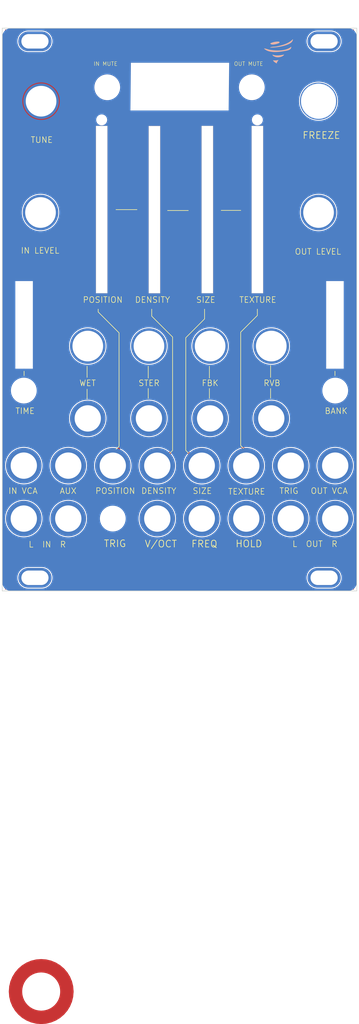
<source format=kicad_pcb>
(kicad_pcb (version 20241229) (generator "pcbnew") (generator_version "9.0")
  (layers (0 "F.Cu" signal) (2 "B.Cu" signal) (13 "F.Paste" user) (15 "B.Paste" user) (5 "F.SilkS" user "F.Silkscreen") (7 "B.SilkS" user "B.Silkscreen") (1 "F.Mask" user) (3 "B.Mask" user) (25 "Edge.Cuts" user))
  (net 0 "")
  (net 1 "Net_0")
  (net 2 "Net_1")
  (net 3 "Net_2")
  (net 4 "Net_3")
  (net 5 "Net_4")
  (net 6 "N$4")
  (footprint "Zoe:Pad-Eurorack-Vis" (layer "F.Cu") (at 115.4811 166.2136)
    (property "Reference" "Pad11" (hide yes))
    (property "Value" "PAD" (hide yes))
  )
  (footprint "RES_0805_Pad1" (layer "F.Cu") (at 184.054733 140.618833)
    (property "Reference" "Pad33" (hide yes))
    (property "Value" "PAD" (hide yes))
  )
  (footprint "RES_0805_Pad1" (layer "F.Cu") (at 143.4211 140.6396)
    (property "Reference" "Pad7" (hide yes))
    (property "Value" "PAD" (hide yes))
  )
  (footprint "dummyfp4" (layer "F.Cu") (at 112.9411 123.4946)
    (property "Reference" "UNK_HOLE_4" (hide yes))
    (property "Value" "")
  )
  (footprint "RES_0805_Pad21" (layer "F.Cu") (at 116.7511 82.8546)
    (property "Reference" "Pad26" (hide yes))
    (property "Value" "PAD" (hide yes))
  )
  (footprint "RES_0805_Pad1" (layer "F.Cu") (at 173.9011 152.7046)
    (property "Reference" "Pad16" (hide yes))
    (property "Value" "PAD" (hide yes))
  )
  (footprint "dummyfp2" (layer "F.Cu") (at 166.2811 61.719833)
    (property "Reference" "UNK_HOLE_2" (hide yes))
    (property "Value" "")
  )
  (footprint "RES_0805_Pad21" (layer "F.Cu") (at 180.2511 82.8546)
    (property "Reference" "Pad34" (hide yes))
    (property "Value" "PAD" (hide yes))
  )
  (footprint "Zoe:Pad-Eurorack-Vis" (layer "F.Cu") (at 181.5211 43.7894)
    (property "Reference" "Pad14" (hide yes))
    (property "Value" "PAD" (hide yes))
  )
  (footprint "dummyfp1" (layer "F.Cu") (at 130.7211 61.719833)
    (property "Reference" "UNK_HOLE_1" (hide yes))
    (property "Value" "")
  )
  (footprint "Zoe:Pad-Eurorack-Vis" (layer "F.Cu") (at 115.4811 43.7894)
    (property "Reference" "Pad13" (hide yes))
    (property "Value" "PAD" (hide yes))
  )
  (footprint "dummyfp0" (layer "F.Cu") (at 131.9911 54.2796)
    (property "Reference" "UNK_HOLE_0" (hide yes))
    (property "Value" "")
  )
  (footprint "RES_0805_Pad1" (layer "F.Cu") (at 169.4561 129.8446)
    (property "Reference" "Pad20" (hide yes))
    (property "Value" "PAD" (hide yes))
  )
  (footprint "RES_0805_Pad1" (layer "F.Cu") (at 173.907433 140.6396)
    (property "Reference" "Pad15" (hide yes))
    (property "Value" "PAD" (hide yes))
  )
  (footprint "RES_0805_Pad1" (layer "F.Cu") (at 123.094733 140.618833)
    (property "Reference" "Pad4" (hide yes))
    (property "Value" "PAD" (hide yes))
  )
  (footprint "RES_0805_Pad1" (layer "F.Cu") (at 153.5811 140.6396)
    (property "Reference" "Pad8" (hide yes))
    (property "Value" "PAD" (hide yes))
  )
  (footprint "RES_0805_Pad1" (layer "F.Cu") (at 123.094733 152.7046)
    (property "Reference" "Pad3" (hide yes))
    (property "Value" "PAD" (hide yes))
  )
  (footprint "RES_0805_Pad1" (layer "F.Cu") (at 143.4211 152.7046)
    (property "Reference" "Pad2" (hide yes))
    (property "Value" "PAD" (hide yes))
  )
  (footprint "RES_0805_Pad1" (layer "F.Cu") (at 155.4861 129.8446)
    (property "Reference" "Pad19" (hide yes))
    (property "Value" "PAD" (hide yes))
  )
  (footprint "RES_0805_Pad1" (layer "F.Cu") (at 112.934733 140.618833)
    (property "Reference" "Pad31" (hide yes))
    (property "Value" "PAD" (hide yes))
  )
  (footprint "RES_0805_Pad1" (layer "F.Cu") (at 163.7411 152.7046)
    (property "Reference" "Pad1" (hide yes))
    (property "Value" "PAD" (hide yes))
  )
  (footprint "dummyfp5" (layer "F.Cu") (at 184.0611 123.4946)
    (property "Reference" "UNK_HOLE_5" (hide yes))
    (property "Value" "")
  )
  (footprint "RES_0805_Pad1" (layer "F.Cu") (at 133.2611 140.6396)
    (property "Reference" "Pad5" (hide yes))
    (property "Value" "PAD" (hide yes))
  )
  (footprint "RES_0805_Pad1" (layer "F.Cu") (at 153.5811 152.7046)
    (property "Reference" "Pad6" (hide yes))
    (property "Value" "PAD" (hide yes))
  )
  (footprint "Zoe:Pad-Eurorack-Vis" (layer "F.Cu") (at 181.5211 166.2136)
    (property "Reference" "Pad10" (hide yes))
    (property "Value" "PAD" (hide yes))
  )
  (footprint "RES_0805_Pad1" (layer "F.Cu") (at 184.054733 152.7046)
    (property "Reference" "Pad32" (hide yes))
    (property "Value" "PAD" (hide yes))
  )
  (footprint "RES_0805_Pad1" (layer "F.Cu") (at 141.5161 129.8446)
    (property "Reference" "Pad18" (hide yes))
    (property "Value" "PAD" (hide yes))
  )
  (footprint "RES_0805_Pad21" (layer "F.Cu") (at 116.881067 57.454633)
    (property "Reference" "Pad25" (hide yes))
    (property "Value" "PAD" (hide yes))
  )
  (footprint "RES_0805_Pad21" (layer "F.Cu") (at 169.4561 113.3346)
    (property "Reference" "Pad24" (hide yes))
    (property "Value" "PAD" (hide yes))
  )
  (footprint "dummyfp3" (layer "F.Cu") (at 165.0111 54.2796)
    (property "Reference" "UNK_HOLE_3" (hide yes))
    (property "Value" "")
  )
  (footprint "RES_0805_Pad1" (layer "F.Cu") (at 112.934733 152.7046)
    (property "Reference" "Pad30" (hide yes))
    (property "Value" "PAD" (hide yes))
  )
  (footprint "RES_0805_Pad21" (layer "F.Cu") (at 141.5161 113.3346)
    (property "Reference" "Pad22" (hide yes))
    (property "Value" "PAD" (hide yes))
  )
  (footprint "RES_0805_Pad1" (layer "F.Cu") (at 163.7411 140.6396)
    (property "Reference" "Pad9" (hide yes))
    (property "Value" "PAD" (hide yes))
  )
  (footprint "RES_0805_Pad1" (layer "F.Cu") (at 127.5461 129.8446)
    (property "Reference" "Pad17" (hide yes))
    (property "Value" "PAD" (hide yes))
  )
  (footprint "RES_0805_Pad21" (layer "F.Cu") (at 155.4861 113.3346)
    (property "Reference" "Pad23" (hide yes))
    (property "Value" "PAD" (hide yes))
  )
  (footprint "RES_0805_Pad12" (layer "F.Cu") (at 180.2511 57.4546)
    (property "Reference" "Pad12" (hide yes))
    (property "Value" "PAD" (hide yes))
  )
  (footprint "dummyfp6" (layer "F.Cu") (at 133.2611 152.7046)
    (property "Reference" "UNK_HOLE_6" (hide yes))
    (property "Value" "")
  )
  (footprint "RES_0805_Pad21" (layer "F.Cu") (at 127.5461 113.3346)
    (property "Reference" "Pad21" (hide yes))
    (property "Value" "PAD" (hide yes))
  )
  (gr_poly (pts (xy 165.265982 44.238212) (xy 165.977141 43.079756) (xy 166.7 42.4) (xy 167.9 42.1) (xy 168.789322 42.0477) (xy 169.529199 41.917239) (xy 170.265731 41.767807) (xy 170.969911 41.545837) (xy 171.368307 41.475589) (xy 171.994357 41.3652) (xy 173.376375 41.284991) (xy 175.027235 42.009327) (xy 175.200883 42.994134) (xy 174.795303 43.573362) (xy 174.968952 44.55817) (xy 174.4 45.5) (xy 173.1 46.5) (xy 172.4 47.6) (xy 171.550666 48.207186) (xy 170.739506 49.365642) (xy 169.58105 48.554483) (xy 169.320577 47.077271) (xy 167.582894 45.860531) (xy 166.511261 45.541776) (xy 165.352806 44.730616)) (stroke (width 0.2)) (fill yes) (layer "F.Cu"))
  (gr_circle (center 180.2511 82.8546) (end 186.1251 82.8546) (stroke (width 3.048)) (fill no) (layer "F.Cu"))
  (gr_circle (center 117 57.5) (end 124.5 58.5) (stroke (width 0.2)) (fill yes) (layer "F.Cu"))
  (gr_circle (center 116.7511 82.8546) (end 122.6251 82.8546) (stroke (width 3.048)) (fill no) (layer "F.Cu"))
  (gr_line (start 129.9271 105.5556) (end 129.9271 104.9206) (stroke (width 0.152)) (layer "F.SilkS"))
  (gr_line (start 141.3571 123.0186) (end 141.3571 125.2406) (stroke (width 0.152)) (layer "F.SilkS"))
  (gr_line (start 127.3871 123.1766) (end 127.3871 125.3996) (stroke (width 0.152)) (layer "F.SilkS"))
  (gr_line (start 134.6901 110.3186) (end 129.9271 105.5556) (stroke (width 0.152)) (layer "F.SilkS"))
  (gr_line (start 134.6901 136.1946) (end 134.0551 136.8296) (stroke (width 0.152)) (layer "F.SilkS"))
  (gr_line (start 146.9141 137.1466) (end 146.2781 137.7816) (stroke (width 0.152)) (layer "F.SilkS"))
  (gr_line (start 145.7761 82.3976) (end 150.5011 82.3976) (stroke (width 0.152)) (layer "F.SilkS"))
  (gr_line (start 154.2161 107.1436) (end 149.9301 111.4296) (stroke (width 0.152)) (layer "F.SilkS"))
  (gr_line (start 155.3271 120.6366) (end 155.3271 117.9386) (stroke (width 0.152)) (layer "F.SilkS"))
  (gr_line (start 154.2161 104.9206) (end 154.2161 107.1436) (stroke (width 0.152)) (layer "F.SilkS"))
  (gr_line (start 146.9141 111.2706) (end 142.1511 106.5086) (stroke (width 0.152)) (layer "F.SilkS"))
  (gr_line (start 169.2971 123.0186) (end 169.2971 125.2406) (stroke (width 0.152)) (layer "F.SilkS"))
  (gr_poly (pts (xy 169.870664 48.120685) (xy 169.871503 48.120622) (xy 169.872382 48.120609) (xy 169.873297 48.120639) (xy 169.874242 48.120714) (xy 169.911775 48.124844) (xy 169.947848 48.128491) (xy 169.990233 48.132503) (xy 170.069772 48.139421) (xy 170.14597 48.144827) (xy 170.219453 48.148732) (xy 170.290842 48.151142) (xy 170.36076 48.152064) (xy 170.429829 48.151509) (xy 170.498673 48.149479) (xy 170.567912 48.145989) (xy 170.608771 48.142169) (xy 170.663057 48.135213) (xy 170.726405 48.125851) (xy 170.794453 48.11482) (xy 170.862842 48.102856) (xy 170.927208 48.090696) (xy 170.983189 48.079074) (xy 171.026422 48.068723) (xy 171.087977 48.052138) (xy 171.078902 48.0738) (xy 171.069034 48.096191) (xy 171.057435 48.119474) (xy 171.043419 48.144761) (xy 171.026301 48.173165) (xy 171.005393 48.205799) (xy 170.980012 48.243771) (xy 170.949473 48.288194) (xy 170.913088 48.340179) (xy 170.868369 48.404408) (xy 170.849075 48.432994) (xy 170.831681 48.459514) (xy 170.816073 48.484181) (xy 170.802147 48.507212) (xy 170.789791 48.52882) (xy 170.778897 48.549219) (xy 170.769356 48.568623) (xy 170.761059 48.587249) (xy 170.753897 48.605307) (xy 170.74776 48.623017) (xy 170.74254 48.64059) (xy 170.738125 48.658241) (xy 170.734408 48.676183) (xy 170.731281 48.694634) (xy 170.729586 48.707403) (xy 170.72811 48.720135) (xy 170.726886 48.732484) (xy 170.725946 48.744112) (xy 170.725324 48.754678) (xy 170.725047 48.763839) (xy 170.725051 48.767786) (xy 170.725154 48.771254) (xy 170.725359 48.774199) (xy 170.725671 48.77658) (xy 170.726984 48.784406) (xy 170.727916 48.791215) (xy 170.728367 48.797014) (xy 170.728383 48.799536) (xy 170.728238 48.801808) (xy 170.727927 48.80383) (xy 170.727431 48.805605) (xy 170.726741 48.807131) (xy 170.725843 48.808413) (xy 170.724727 48.809447) (xy 170.723377 48.810237) (xy 170.721784 48.810782) (xy 170.719933 48.811085) (xy 170.717814 48.811147) (xy 170.715414 48.810966) (xy 170.712718 48.810545) (xy 170.709716 48.809885) (xy 170.70274 48.807849) (xy 170.694389 48.804865) (xy 170.684563 48.800942) (xy 170.673161 48.796086) (xy 170.645234 48.7836) (xy 170.597417 48.761172) (xy 170.549819 48.737262) (xy 170.502584 48.711968) (xy 170.455862 48.685401) (xy 170.409798 48.657663) (xy 170.364541 48.62886) (xy 170.320235 48.5991) (xy 170.277026 48.568486) (xy 170.235062 48.537122) (xy 170.19449 48.505115) (xy 170.155457 48.472573) (xy 170.118108 48.439596) (xy 170.082591 48.406293) (xy 170.049051 48.372768) (xy 170.017636 48.339126) (xy 169.988494 48.305472) (xy 169.970267 48.282607) (xy 169.950514 48.25642) (xy 169.930409 48.228616) (xy 169.911126 48.200902) (xy 169.89384 48.174984) (xy 169.879723 48.152571) (xy 169.874221 48.143213) (xy 169.869951 48.13537) (xy 169.867063 48.129258) (xy 169.865698 48.125087) (xy 169.865656 48.124768) (xy 169.865637 48.12446) (xy 169.865645 48.124165) (xy 169.86568 48.123881) (xy 169.865738 48.123609) (xy 169.865821 48.123349) (xy 169.865927 48.123102) (xy 169.866056 48.122865) (xy 169.866207 48.122639) (xy 169.866379 48.122427) (xy 169.866573 48.122227) (xy 169.866784 48.122036) (xy 169.867017 48.12186) (xy 169.867269 48.121695) (xy 169.867537 48.121542) (xy 169.867825 48.121399) (xy 169.868446 48.121152) (xy 169.869132 48.120949) (xy 169.869873 48.120794)) (fill yes) (layer "F.SilkS"))
  (gr_line (start 142.1511 106.5086) (end 142.1511 104.9206) (stroke (width 0.152)) (layer "F.SilkS"))
  (gr_line (start 149.9301 137.1466) (end 149.9301 111.4296) (stroke (width 0.152)) (layer "F.SilkS"))
  (gr_line (start 162.4711 110.1596) (end 166.2811 106.3496) (stroke (width 0.152)) (layer "F.SilkS"))
  (gr_line (start 141.3571 117.9386) (end 141.3571 120.6366) (stroke (width 0.152)) (layer "F.SilkS"))
  (gr_line (start 146.9141 137.1466) (end 146.9141 111.2706) (stroke (width 0.152)) (layer "F.SilkS"))
  (gr_line (start 166.2811 106.3496) (end 166.2811 104.9206) (stroke (width 0.152)) (layer "F.SilkS"))
  (gr_line (start 163.1061 136.6706) (end 162.4711 136.0356) (stroke (width 0.152)) (layer "F.SilkS"))
  (gr_line (start 184 120.079) (end 184 119.079) (stroke (width 0.152)) (layer "F.SilkS"))
  (gr_line (start 133.9941 82.1956) (end 138.7761 82.1956) (stroke (width 0.152)) (layer "F.SilkS"))
  (gr_poly (pts (xy 169.85643 46.877967) (xy 169.929548 46.899746) (xy 170.002881 46.919657) (xy 170.076557 46.937711) (xy 170.150701 46.953919) (xy 170.225441 46.968293) (xy 170.300904 46.980844) (xy 170.377215 46.991581) (xy 170.454504 47.000517) (xy 170.532897 47.007664) (xy 170.61252 47.013033) (xy 170.693498 47.016636) (xy 170.775961 47.01848) (xy 170.945846 47.016947) (xy 171.12319 47.008525) (xy 171.197164 47.003129) (xy 171.272547 46.996216) (xy 171.352691 46.987339) (xy 171.440937 46.976051) (xy 171.655135 46.944449) (xy 171.941909 46.897836) (xy 172.404709 46.820529) (xy 172.363911 46.873575) (xy 172.336214 46.907826) (xy 172.306472 46.941246) (xy 172.274717 46.973817) (xy 172.240979 47.005516) (xy 172.205285 47.036328) (xy 172.16767 47.066229) (xy 172.12816 47.095201) (xy 172.086787 47.123223) (xy 172.043581 47.150275) (xy 171.998571 47.176337) (xy 171.95179 47.201391) (xy 171.903263 47.225412) (xy 171.853024 47.248388) (xy 171.801101 47.270291) (xy 171.747527 47.291106) (xy 171.692328 47.31081) (xy 171.662136 47.320719) (xy 171.634041 47.329292) (xy 171.605898 47.337018) (xy 171.575559 47.344384) (xy 171.540876 47.351877) (xy 171.499704 47.359988) (xy 171.389296 47.380003) (xy 171.334183 47.38958) (xy 171.286434 47.397549) (xy 171.244993 47.40405) (xy 171.208801 47.409231) (xy 171.176805 47.41324) (xy 171.147939 47.416213) (xy 171.121151 47.418304) (xy 171.095381 47.41965) (xy 171.000651 47.421432) (xy 170.954697 47.42115) (xy 170.909643 47.420082) (xy 170.865461 47.418226) (xy 170.822124 47.415579) (xy 170.779602 47.412142) (xy 170.737867 47.407911) (xy 170.696891 47.402881) (xy 170.656643 47.397052) (xy 170.617096 47.390421) (xy 170.578219 47.382988) (xy 170.539985 47.374748) (xy 170.502367 47.3657) (xy 170.465333 47.355842) (xy 170.428855 47.34517) (xy 170.395777 47.333935) (xy 170.355859 47.319017) (xy 170.311052 47.301235) (xy 170.263308 47.281403) (xy 170.214573 47.260333) (xy 170.166798 47.238843) (xy 170.121928 47.217747) (xy 170.081917 47.197861) (xy 170.045973 47.1789) (xy 170.012237 47.159951) (xy 169.980653 47.14096) (xy 169.951167 47.121868) (xy 169.92372 47.102617) (xy 169.898262 47.083149) (xy 169.874734 47.06341) (xy 169.853081 47.043339) (xy 169.833249 47.02288) (xy 169.815184 47.001975) (xy 169.798828 46.980567) (xy 169.784127 46.9586) (xy 169.771025 46.936012) (xy 169.759469 46.912751) (xy 169.7494 46.888758) (xy 169.740765 46.863973) (xy 169.733574 46.839448)) (fill yes) (layer "F.SilkS"))
  (gr_line (start 149.9301 137.1466) (end 150.5651 137.7816) (stroke (width 0.152)) (layer "F.SilkS"))
  (gr_line (start 169.2971 120.4786) (end 169.2971 117.7796) (stroke (width 0.152)) (layer "F.SilkS"))
  (gr_line (start 134.6901 136.1946) (end 134.6901 110.3186) (stroke (width 0.152)) (layer "F.SilkS"))
  (gr_line (start 158.0281 82.3746) (end 162.4841 82.3746) (stroke (width 0.152)) (layer "F.SilkS"))
  (gr_line (start 113 120.079) (end 113 119.079) (stroke (width 0.152)) (layer "F.SilkS"))
  (gr_line (start 127.3871 120.4786) (end 127.3871 117.9386) (stroke (width 0.152)) (layer "F.SilkS"))
  (gr_poly (pts (xy 167.81162 45.423212) (xy 167.812661 45.423093) (xy 167.813778 45.423018) (xy 167.814958 45.422991) (xy 167.816202 45.423015) (xy 167.8175 45.42309) (xy 167.818849 45.423221) (xy 167.828433 45.42424) (xy 167.845611 45.425667) (xy 167.867923 45.427264) (xy 167.892909 45.428791) (xy 167.956668 45.434489) (xy 168.022003 45.443081) (xy 168.092615 45.455412) (xy 168.172205 45.472322) (xy 168.264471 45.494655) (xy 168.373112 45.523251) (xy 168.501831 45.558952) (xy 168.654325 45.602601) (xy 168.79056 45.641954) (xy 168.899376 45.672791) (xy 168.987094 45.696637) (xy 169.060038 45.715008) (xy 169.124528 45.729434) (xy 169.186882 45.741429) (xy 169.253428 45.752517) (xy 169.330484 45.764221) (xy 169.627846 45.804145) (xy 169.922017 45.83633) (xy 170.21216 45.860745) (xy 170.497453 45.877358) (xy 170.777067 45.88614) (xy 171.050175 45.887063) (xy 171.315944 45.880092) (xy 171.573553 45.8652) (xy 171.722252 45.852042) (xy 171.873789 45.83494) (xy 172.026186 45.814229) (xy 172.177458 45.790239) (xy 172.325626 45.763305) (xy 172.468706 45.733758) (xy 172.604718 45.70193) (xy 172.73168 45.668155) (xy 172.818636 45.642512) (xy 172.903776 45.615638) (xy 172.987124 45.58752) (xy 173.068713 45.55815) (xy 173.148566 45.527518) (xy 173.226713 45.495609) (xy 173.303182 45.462413) (xy 173.377998 45.42792) (xy 173.45119 45.392118) (xy 173.522786 45.354995) (xy 173.592809 45.316543) (xy 173.661293 45.276747) (xy 173.728262 45.235598) (xy 173.793741 45.193088) (xy 173.857762 45.149197) (xy 173.92035 45.103924) (xy 174.019637 45.029102) (xy 174.020737 45.059714) (xy 174.020736 45.081428) (xy 174.019944 45.104866) (xy 174.018428 45.129324) (xy 174.016243 45.154092) (xy 174.013452 45.178463) (xy 174.010112 45.201729) (xy 174.006288 45.223186) (xy 174.004209 45.233012) (xy 174.002033 45.242121) (xy 173.985202 45.299267) (xy 173.963224 45.353936) (xy 173.936014 45.406189) (xy 173.903491 45.456082) (xy 173.86557 45.503673) (xy 173.82217 45.549021) (xy 173.773206 45.592182) (xy 173.718594 45.633215) (xy 173.658254 45.672176) (xy 173.592098 45.709125) (xy 173.520049 45.744118) (xy 173.442018 45.777213) (xy 173.357924 45.808468) (xy 173.267684 45.837943) (xy 173.171215 45.865689) (xy 173.068433 45.891771) (xy 172.882212 45.929846) (xy 172.59045 45.983038) (xy 172.264088 46.038838) (xy 171.974065 46.084737) (xy 171.73821 46.118055) (xy 171.510357 46.146818) (xy 171.290213 46.171025) (xy 171.077481 46.190675) (xy 170.871868 46.205766) (xy 170.673075 46.216296) (xy 170.480811 46.222266) (xy 170.294778 46.223672) (xy 170.114683 46.220511) (xy 169.94023 46.212787) (xy 169.771123 46.200496) (xy 169.607069 46.183633) (xy 169.447768 46.162202) (xy 169.292931 46.136198) (xy 169.142258 46.105621) (xy 168.995456 46.070466) (xy 168.912354 46.047691) (xy 168.830622 46.022922) (xy 168.750327 45.996192) (xy 168.671534 45.967538) (xy 168.594308 45.93699) (xy 168.518717 45.904582) (xy 168.444823 45.87035) (xy 168.372697 45.834326) (xy 168.3024 45.796543) (xy 168.234 45.757034) (xy 168.167563 45.715836) (xy 168.103154 45.672977) (xy 168.040838 45.628496) (xy 167.980682 45.582424) (xy 167.922749 45.534793) (xy 167.867112 45.485641) (xy 167.855185 45.474558) (xy 167.84398 45.464039) (xy 167.833757 45.45432) (xy 167.824775 45.445642) (xy 167.817292 45.438242) (xy 167.811574 45.432364) (xy 167.809457 45.430068) (xy 167.807879 45.428244) (xy 167.806871 45.426917) (xy 167.80659 45.426452) (xy 167.806465 45.426122) (xy 167.806448 45.425929) (xy 167.806464 45.425736) (xy 167.806512 45.425549) (xy 167.806592 45.425364) (xy 167.806704 45.425184) (xy 167.806845 45.425008) (xy 167.807217 45.424669) (xy 167.807701 45.424353) (xy 167.808294 45.424062) (xy 167.808987 45.423799) (xy 167.809777 45.423569) (xy 167.810656 45.423371)) (fill yes) (layer "F.SilkS"))
  (gr_line (start 162.4711 136.0356) (end 162.4711 110.1596) (stroke (width 0.152)) (layer "F.SilkS"))
  (gr_line (start 155.3271 123.0186) (end 155.3271 125.2406) (stroke (width 0.152)) (layer "F.SilkS"))
  (gr_poly (pts (xy 174.39171 43.308753) (xy 174.392199 43.309357) (xy 174.392989 43.311893) (xy 174.393534 43.316079) (xy 174.393844 43.321766) (xy 174.39379 43.337054) (xy 174.392896 43.356579) (xy 174.391233 43.379162) (xy 174.388868 43.403624) (xy 174.385869 43.428783) (xy 174.382309 43.453465) (xy 174.371188 43.509405) (xy 174.356146 43.564633) (xy 174.337209 43.619112) (xy 174.314403 43.672813) (xy 174.287756 43.725702) (xy 174.257294 43.777743) (xy 174.223044 43.828906) (xy 174.185033 43.879157) (xy 174.143286 43.928462) (xy 174.097831 43.976789) (xy 174.048695 44.024108) (xy 173.995904 44.07038) (xy 173.939485 44.115575) (xy 173.879465 44.159659) (xy 173.81587 44.202602) (xy 173.748726 44.244367) (xy 173.683804 44.282233) (xy 173.618062 44.318498) (xy 173.550386 44.353693) (xy 173.479658 44.388351) (xy 173.404766 44.423005) (xy 173.324595 44.458186) (xy 173.238026 44.494429) (xy 173.143949 44.532265) (xy 172.938597 44.610387) (xy 172.735506 44.681816) (xy 172.532387 44.747171) (xy 172.326945 44.807076) (xy 172.116891 44.86215) (xy 171.899934 44.913019) (xy 171.673779 44.960305) (xy 171.436138 45.004627) (xy 171.199345 45.044414) (xy 170.966665 45.079201) (xy 170.731588 45.109627) (xy 170.4876 45.136325) (xy 170.228189 45.159935) (xy 169.946844 45.181088) (xy 169.637054 45.200424) (xy 169.292304 45.218578) (xy 169.255236 45.220289) (xy 169.240651 45.22076) (xy 169.22869 45.220884) (xy 169.219348 45.220597) (xy 169.212618 45.219833) (xy 169.210231 45.219251) (xy 169.208496 45.218526) (xy 169.207408 45.217647) (xy 169.20697 45.216609) (xy 169.207179 45.215402) (xy 169.208037 45.214018) (xy 169.209542 45.212448) (xy 169.21169 45.210684) (xy 169.217925 45.206541) (xy 169.226733 45.201527) (xy 169.238107 45.195572) (xy 169.252042 45.188612) (xy 169.28757 45.17141) (xy 169.321052 45.155784) (xy 169.354201 45.141649) (xy 169.38779 45.128767) (xy 169.422588 45.116887) (xy 169.459366 45.105766) (xy 169.498896 45.095158) (xy 169.541951 45.084821) (xy 169.589298 45.074506) (xy 169.64302 45.063791) (xy 169.696055 45.054619) (xy 169.751749 45.046603) (xy 169.813438 45.039371) (xy 169.884469 45.032541) (xy 169.968181 45.025731) (xy 170.187015 45.010665) (xy 170.320497 45.001474) (xy 170.439523 44.990768) (xy 170.552484 44.977103) (xy 170.667777 44.959029) (xy 170.79379 44.935103) (xy 170.938918 44.903876) (xy 171.111554 44.863904) (xy 171.320089 44.81374) (xy 171.696076 44.717143) (xy 172.041969 44.618009) (xy 172.204566 44.567123) (xy 172.360761 44.515159) (xy 172.510928 44.461972) (xy 172.655442 44.40741) (xy 172.794673 44.351328) (xy 172.929 44.293579) (xy 173.058792 44.234012) (xy 173.184425 44.172481) (xy 173.306274 44.108839) (xy 173.424712 44.04294) (xy 173.540111 43.974632) (xy 173.652848 43.903769) (xy 173.743852 43.842976) (xy 173.837919 43.77632) (xy 173.932931 43.705501) (xy 174.02677 43.632218) (xy 174.117318 43.558174) (xy 174.202456 43.485065) (xy 174.280067 43.414594) (xy 174.348031 43.34846) (xy 174.355915 43.340778) (xy 174.363416 43.333557) (xy 174.370372 43.326953) (xy 174.376615 43.321121) (xy 174.381981 43.316216) (xy 174.386303 43.312393) (xy 174.389418 43.309809) (xy 174.390469 43.309027) (xy 174.391156 43.308616)) (fill yes) (layer "F.SilkS"))
  (gr_poly (pts (xy 170.209533 43.927042) (xy 170.287386 43.914008) (xy 170.373948 43.900645) (xy 170.467307 43.888072) (xy 170.56384 43.876635) (xy 170.659918 43.866681) (xy 170.75192 43.858554) (xy 170.83622 43.852598) (xy 170.909193 43.849161) (xy 170.967214 43.848586) (xy 170.995547 43.84942) (xy 171.02283 43.850679) (xy 171.049055 43.852359) (xy 171.07422 43.854457) (xy 171.098314 43.856967) (xy 171.121336 43.859892) (xy 171.143281 43.863221) (xy 171.16414 43.866957) (xy 171.183908 43.871094) (xy 171.202581 43.875628) (xy 171.220154 43.880557) (xy 171.236619 43.885875) (xy 171.251973 43.891582) (xy 171.26621 43.897673) (xy 171.27932 43.904147) (xy 171.291304 43.910996) (xy 171.302153 43.918221) (xy 171.311861 43.925816) (xy 171.320423 43.933779) (xy 171.327834 43.942104) (xy 171.334088 43.950792) (xy 171.339179 43.959839) (xy 171.343103 43.969237) (xy 171.345854 43.978989) (xy 171.347425 43.989086) (xy 171.347811 43.999529) (xy 171.347005 44.010312) (xy 171.345006 44.021432) (xy 171.341803 44.032885) (xy 171.337396 44.044671) (xy 171.331774 44.056784) (xy 171.324934 44.06922) (xy 171.317532 44.080954) (xy 171.309152 44.09249) (xy 171.299786 44.103834) (xy 171.289435 44.114985) (xy 171.278094 44.125946) (xy 171.265756 44.136716) (xy 171.252423 44.147302) (xy 171.238086 44.157702) (xy 171.222741 44.167917) (xy 171.206387 44.177951) (xy 171.18902 44.187805) (xy 171.170633 44.19748) (xy 171.151226 44.206979) (xy 171.130793 44.216301) (xy 171.10933 44.225452) (xy 171.086834 44.234432) (xy 171.051088 44.247806) (xy 171.00232 44.264927) (xy 170.878985 44.306097) (xy 170.743381 44.349294) (xy 170.622061 44.385878) (xy 170.56234 44.401631) (xy 170.486516 44.419316) (xy 170.400045 44.437872) (xy 170.308395 44.456232) (xy 170.217027 44.473334) (xy 170.131403 44.488111) (xy 170.056985 44.499504) (xy 169.999241 44.506444) (xy 169.94126 44.510911) (xy 169.88529 44.513717) (xy 169.83135 44.514875) (xy 169.779461 44.51438) (xy 169.729639 44.512242) (xy 169.681907 44.508459) (xy 169.636283 44.503043) (xy 169.592787 44.495992) (xy 169.551438 44.487311) (xy 169.512256 44.477006) (xy 169.47526 44.465077) (xy 169.440472 44.451529) (xy 169.407909 44.43637) (xy 169.377591 44.419599) (xy 169.349539 44.401223) (xy 169.336367 44.391432) (xy 169.323769 44.381243) (xy 169.31695 44.375157) (xy 169.309849 44.368349) (xy 169.302567 44.360953) (xy 169.295211 44.353098) (xy 169.287878 44.344921) (xy 169.280677 44.336553) (xy 169.27371 44.328126) (xy 169.267078 44.319774) (xy 169.260887 44.311631) (xy 169.255239 44.303828) (xy 169.250236 44.296499) (xy 169.245983 44.289777) (xy 169.242583 44.283794) (xy 169.240137 44.278683) (xy 169.239306 44.276498) (xy 169.238751 44.274579) (xy 169.238487 44.272946) (xy 169.238527 44.271612) (xy 169.239967 44.269311) (xy 169.243491 44.266072) (xy 169.256216 44.257086) (xy 169.27558 44.245271) (xy 169.300453 44.23123) (xy 169.32971 44.215579) (xy 169.362224 44.198923) (xy 169.396869 44.181876) (xy 169.432518 44.165047) (xy 169.488404 44.140423) (xy 169.546218 44.116844) (xy 169.608311 44.093535) (xy 169.677032 44.069722) (xy 169.754728 44.044627) (xy 169.84375 44.017477) (xy 170.06516 43.95391) (xy 170.091147 43.94841) (xy 170.141695 43.938982)) (fill yes) (layer "F.SilkS"))
  (gr_poly (pts (xy 169.861374 48.139154) (xy 169.862213 48.139091) (xy 169.863092 48.139078) (xy 169.864007 48.139108) (xy 169.864952 48.139183) (xy 169.902485 48.143313) (xy 169.938558 48.14696) (xy 169.980943 48.150972) (xy 170.060482 48.15789) (xy 170.13668 48.163296) (xy 170.210163 48.167201) (xy 170.281552 48.169611) (xy 170.35147 48.170533) (xy 170.420539 48.169978) (xy 170.489383 48.167948) (xy 170.558622 48.164458) (xy 170.599481 48.160638) (xy 170.653767 48.153682) (xy 170.717115 48.14432) (xy 170.785163 48.133289) (xy 170.853552 48.121325) (xy 170.917918 48.109165) (xy 170.973899 48.097543) (xy 171.017132 48.087192) (xy 171.078687 48.070607) (xy 171.069612 48.092269) (xy 171.059744 48.11466) (xy 171.048145 48.137943) (xy 171.034129 48.16323) (xy 171.017011 48.191634) (xy 170.996103 48.224268) (xy 170.970722 48.26224) (xy 170.940183 48.306663) (xy 170.903798 48.358648) (xy 170.859079 48.422877) (xy 170.839785 48.451463) (xy 170.822391 48.477983) (xy 170.806783 48.50265) (xy 170.792857 48.525681) (xy 170.780501 48.547289) (xy 170.769607 48.567688) (xy 170.760066 48.587092) (xy 170.751769 48.605718) (xy 170.744607 48.623776) (xy 170.73847 48.641486) (xy 170.73325 48.659059) (xy 170.728835 48.67671) (xy 170.725118 48.694652) (xy 170.721991 48.713103) (xy 170.720296 48.725872) (xy 170.71882 48.738604) (xy 170.717596 48.750953) (xy 170.716656 48.762581) (xy 170.716034 48.773147) (xy 170.715757 48.782308) (xy 170.715761 48.786255) (xy 170.715864 48.789723) (xy 170.716069 48.792668) (xy 170.716381 48.795049) (xy 170.717694 48.802875) (xy 170.718626 48.809684) (xy 170.719077 48.815483) (xy 170.719093 48.818005) (xy 170.718948 48.820277) (xy 170.718637 48.822299) (xy 170.718141 48.824074) (xy 170.717451 48.8256) (xy 170.716553 48.826882) (xy 170.715437 48.827916) (xy 170.714087 48.828706) (xy 170.712494 48.829251) (xy 170.710643 48.829554) (xy 170.708524 48.829616) (xy 170.706124 48.829435) (xy 170.703428 48.829014) (xy 170.700426 48.828354) (xy 170.69345 48.826318) (xy 170.685099 48.823334) (xy 170.675273 48.819411) (xy 170.663871 48.814555) (xy 170.635944 48.802069) (xy 170.588127 48.779641) (xy 170.540529 48.755731) (xy 170.493294 48.730437) (xy 170.446572 48.70387) (xy 170.400508 48.676132) (xy 170.355251 48.647329) (xy 170.310945 48.617569) (xy 170.267736 48.586955) (xy 170.225772 48.555591) (xy 170.1852 48.523584) (xy 170.146167 48.491042) (xy 170.108818 48.458065) (xy 170.073301 48.424762) (xy 170.039761 48.391237) (xy 170.008346 48.357595) (xy 169.979204 48.323941) (xy 169.960977 48.301076) (xy 169.941224 48.274889) (xy 169.921119 48.247085) (xy 169.901836 48.219371) (xy 169.88455 48.193453) (xy 169.870433 48.17104) (xy 169.864931 48.161682) (xy 169.860661 48.153839) (xy 169.857773 48.147727) (xy 169.856408 48.143556) (xy 169.856366 48.143237) (xy 169.856347 48.142929) (xy 169.856355 48.142634) (xy 169.85639 48.14235) (xy 169.856448 48.142078) (xy 169.856531 48.141818) (xy 169.856637 48.141571) (xy 169.856766 48.141334) (xy 169.856917 48.141108) (xy 169.857089 48.140896) (xy 169.857283 48.140696) (xy 169.857494 48.140505) (xy 169.857727 48.140329) (xy 169.857979 48.140164) (xy 169.858247 48.140011) (xy 169.858535 48.139868) (xy 169.859156 48.139621) (xy 169.859842 48.139418) (xy 169.860583 48.139263)) (fill yes) (layer "B.SilkS"))
  (gr_poly (pts (xy 170.200243 43.945511) (xy 170.278096 43.932477) (xy 170.364658 43.919114) (xy 170.458017 43.906541) (xy 170.55455 43.895104) (xy 170.650628 43.88515) (xy 170.74263 43.877023) (xy 170.82693 43.871067) (xy 170.899903 43.86763) (xy 170.957924 43.867055) (xy 170.986257 43.867889) (xy 171.01354 43.869148) (xy 171.039765 43.870828) (xy 171.06493 43.872926) (xy 171.089024 43.875436) (xy 171.112046 43.878361) (xy 171.133991 43.88169) (xy 171.15485 43.885426) (xy 171.174618 43.889563) (xy 171.193291 43.894097) (xy 171.210864 43.899026) (xy 171.227329 43.904344) (xy 171.242683 43.910051) (xy 171.25692 43.916142) (xy 171.27003 43.922616) (xy 171.282014 43.929465) (xy 171.292863 43.93669) (xy 171.302571 43.944285) (xy 171.311133 43.952248) (xy 171.318544 43.960573) (xy 171.324798 43.969261) (xy 171.329889 43.978308) (xy 171.333813 43.987706) (xy 171.336564 43.997458) (xy 171.338135 44.007555) (xy 171.338521 44.017998) (xy 171.337715 44.028781) (xy 171.335716 44.039901) (xy 171.332513 44.051354) (xy 171.328106 44.06314) (xy 171.322484 44.075253) (xy 171.315644 44.087689) (xy 171.308242 44.099423) (xy 171.299862 44.110959) (xy 171.290496 44.122303) (xy 171.280145 44.133454) (xy 171.268804 44.144415) (xy 171.256466 44.155185) (xy 171.243133 44.165771) (xy 171.228796 44.176171) (xy 171.213451 44.186386) (xy 171.197097 44.19642) (xy 171.17973 44.206274) (xy 171.161343 44.215949) (xy 171.141936 44.225448) (xy 171.121503 44.23477) (xy 171.10004 44.243921) (xy 171.077544 44.252901) (xy 171.041798 44.266275) (xy 170.99303 44.283396) (xy 170.869695 44.324566) (xy 170.734091 44.367763) (xy 170.612771 44.404347) (xy 170.55305 44.4201) (xy 170.477226 44.437785) (xy 170.390755 44.456341) (xy 170.299105 44.474701) (xy 170.207737 44.491803) (xy 170.122113 44.50658) (xy 170.047695 44.517973) (xy 169.989951 44.524913) (xy 169.93197 44.52938) (xy 169.876 44.532186) (xy 169.82206 44.533344) (xy 169.770171 44.532849) (xy 169.720349 44.530711) (xy 169.672617 44.526928) (xy 169.626993 44.521512) (xy 169.583497 44.514461) (xy 169.542148 44.50578) (xy 169.502966 44.495475) (xy 169.46597 44.483546) (xy 169.431182 44.469998) (xy 169.398619 44.454839) (xy 169.368301 44.438068) (xy 169.340249 44.419692) (xy 169.327077 44.409901) (xy 169.314479 44.399712) (xy 169.30766 44.393626) (xy 169.300559 44.386818) (xy 169.293277 44.379422) (xy 169.285921 44.371567) (xy 169.278588 44.36339) (xy 169.271387 44.355022) (xy 169.26442 44.346595) (xy 169.257788 44.338243) (xy 169.251597 44.3301) (xy 169.245949 44.322297) (xy 169.240946 44.314968) (xy 169.236693 44.308246) (xy 169.233293 44.302263) (xy 169.230847 44.297152) (xy 169.230016 44.294967) (xy 169.229461 44.293048) (xy 169.229197 44.291415) (xy 169.229237 44.290081) (xy 169.230677 44.28778) (xy 169.234201 44.284541) (xy 169.246926 44.275555) (xy 169.26629 44.26374) (xy 169.291163 44.249699) (xy 169.32042 44.234048) (xy 169.352934 44.217392) (xy 169.387579 44.200345) (xy 169.423228 44.183516) (xy 169.479114 44.158892) (xy 169.536928 44.135313) (xy 169.599021 44.112004) (xy 169.667742 44.088191) (xy 169.745438 44.063096) (xy 169.83446 44.035946) (xy 170.05587 43.972379) (xy 170.081857 43.966879) (xy 170.132405 43.957451)) (fill yes) (layer "B.SilkS"))
  (gr_poly (pts (xy 169.84714 46.896436) (xy 169.920258 46.918215) (xy 169.993591 46.938126) (xy 170.067267 46.95618) (xy 170.141411 46.972388) (xy 170.216151 46.986762) (xy 170.291614 46.999313) (xy 170.367925 47.01005) (xy 170.445214 47.018986) (xy 170.523607 47.026133) (xy 170.60323 47.031502) (xy 170.684208 47.035105) (xy 170.766671 47.036949) (xy 170.936556 47.035416) (xy 171.1139 47.026994) (xy 171.187874 47.021598) (xy 171.263257 47.014685) (xy 171.343401 47.005808) (xy 171.431647 46.99452) (xy 171.645845 46.962918) (xy 171.932619 46.916305) (xy 172.395419 46.838998) (xy 172.354621 46.892044) (xy 172.326924 46.926295) (xy 172.297182 46.959715) (xy 172.265427 46.992286) (xy 172.231689 47.023985) (xy 172.195995 47.054797) (xy 172.15838 47.084698) (xy 172.11887 47.11367) (xy 172.077497 47.141692) (xy 172.034291 47.168744) (xy 171.989281 47.194806) (xy 171.9425 47.21986) (xy 171.893973 47.243881) (xy 171.843734 47.266857) (xy 171.791811 47.28876) (xy 171.738237 47.309575) (xy 171.683038 47.329279) (xy 171.652846 47.339188) (xy 171.624751 47.347761) (xy 171.596608 47.355487) (xy 171.566269 47.362853) (xy 171.531586 47.370346) (xy 171.490414 47.378457) (xy 171.380006 47.398472) (xy 171.324893 47.408049) (xy 171.277144 47.416018) (xy 171.235703 47.422519) (xy 171.199511 47.4277) (xy 171.167515 47.431709) (xy 171.138649 47.434682) (xy 171.111861 47.436773) (xy 171.086091 47.438119) (xy 170.991361 47.439901) (xy 170.945407 47.439619) (xy 170.900353 47.438551) (xy 170.856171 47.436695) (xy 170.812834 47.434048) (xy 170.770312 47.430611) (xy 170.728577 47.42638) (xy 170.687601 47.42135) (xy 170.647353 47.415521) (xy 170.607806 47.40889) (xy 170.568929 47.401457) (xy 170.530695 47.393217) (xy 170.493077 47.384169) (xy 170.456043 47.374311) (xy 170.419565 47.363639) (xy 170.386487 47.352404) (xy 170.346569 47.337486) (xy 170.301762 47.319704) (xy 170.254018 47.299872) (xy 170.205283 47.278802) (xy 170.157508 47.257312) (xy 170.112638 47.236216) (xy 170.072627 47.21633) (xy 170.036683 47.197369) (xy 170.002947 47.17842) (xy 169.971363 47.159429) (xy 169.941877 47.140337) (xy 169.91443 47.121086) (xy 169.888972 47.101618) (xy 169.865444 47.081879) (xy 169.843791 47.061808) (xy 169.823959 47.041349) (xy 169.805894 47.020444) (xy 169.789538 46.999036) (xy 169.774837 46.977069) (xy 169.761735 46.954481) (xy 169.750179 46.93122) (xy 169.74011 46.907227) (xy 169.731475 46.882442) (xy 169.724284 46.857917)) (fill yes) (layer "B.SilkS"))
  (gr_poly (pts (xy 167.80233 45.441681) (xy 167.803371 45.441562) (xy 167.804488 45.441487) (xy 167.805668 45.44146) (xy 167.806912 45.441484) (xy 167.80821 45.441559) (xy 167.809559 45.44169) (xy 167.819143 45.442709) (xy 167.836321 45.444136) (xy 167.858633 45.445733) (xy 167.883619 45.44726) (xy 167.947378 45.452958) (xy 168.012713 45.46155) (xy 168.083325 45.473881) (xy 168.162915 45.490791) (xy 168.255181 45.513124) (xy 168.363822 45.54172) (xy 168.492541 45.577421) (xy 168.645035 45.62107) (xy 168.78127 45.660423) (xy 168.890086 45.69126) (xy 168.977804 45.715106) (xy 169.050748 45.733477) (xy 169.115238 45.747903) (xy 169.177592 45.759898) (xy 169.244138 45.770986) (xy 169.321194 45.78269) (xy 169.618556 45.822614) (xy 169.912727 45.854799) (xy 170.20287 45.879214) (xy 170.488163 45.895827) (xy 170.767777 45.904609) (xy 171.040885 45.905532) (xy 171.306654 45.898561) (xy 171.564263 45.883669) (xy 171.712962 45.870511) (xy 171.864499 45.853409) (xy 172.016896 45.832698) (xy 172.168168 45.808708) (xy 172.316336 45.781774) (xy 172.459416 45.752227) (xy 172.595428 45.720399) (xy 172.72239 45.686624) (xy 172.809346 45.660981) (xy 172.894486 45.634107) (xy 172.977834 45.605989) (xy 173.059423 45.576619) (xy 173.139276 45.545987) (xy 173.217423 45.514078) (xy 173.293892 45.480882) (xy 173.368708 45.446389) (xy 173.4419 45.410587) (xy 173.513496 45.373464) (xy 173.583519 45.335012) (xy 173.652003 45.295216) (xy 173.718972 45.254067) (xy 173.784451 45.211557) (xy 173.848472 45.167666) (xy 173.91106 45.122393) (xy 174.010347 45.047571) (xy 174.011447 45.078183) (xy 174.011446 45.099897) (xy 174.010654 45.123335) (xy 174.009138 45.147793) (xy 174.006953 45.172561) (xy 174.004162 45.196932) (xy 174.000822 45.220198) (xy 173.996998 45.241655) (xy 173.994919 45.251481) (xy 173.992743 45.26059) (xy 173.975912 45.317736) (xy 173.953934 45.372405) (xy 173.926724 45.424658) (xy 173.894201 45.474551) (xy 173.85628 45.522142) (xy 173.81288 45.56749) (xy 173.763916 45.610651) (xy 173.709304 45.651684) (xy 173.648964 45.690645) (xy 173.582808 45.727594) (xy 173.510759 45.762587) (xy 173.432728 45.795682) (xy 173.348634 45.826937) (xy 173.258394 45.856412) (xy 173.161925 45.884158) (xy 173.059143 45.91024) (xy 172.872922 45.948315) (xy 172.58116 46.001507) (xy 172.254798 46.057307) (xy 171.964775 46.103206) (xy 171.72892 46.136524) (xy 171.501067 46.165287) (xy 171.280923 46.189494) (xy 171.068191 46.209144) (xy 170.862578 46.224235) (xy 170.663785 46.234765) (xy 170.471521 46.240735) (xy 170.285488 46.242141) (xy 170.105393 46.23898) (xy 169.93094 46.231256) (xy 169.761833 46.218965) (xy 169.597779 46.202102) (xy 169.438478 46.180671) (xy 169.283641 46.154667) (xy 169.132968 46.12409) (xy 168.986166 46.088935) (xy 168.903064 46.06616) (xy 168.821332 46.041391) (xy 168.741037 46.014661) (xy 168.662244 45.986007) (xy 168.585018 45.955459) (xy 168.509427 45.923051) (xy 168.435533 45.888819) (xy 168.363407 45.852795) (xy 168.29311 45.815012) (xy 168.22471 45.775503) (xy 168.158273 45.734305) (xy 168.093864 45.691446) (xy 168.031548 45.646965) (xy 167.971392 45.600893) (xy 167.913459 45.553262) (xy 167.857822 45.50411) (xy 167.845895 45.493027) (xy 167.83469 45.482508) (xy 167.824467 45.472789) (xy 167.815485 45.464111) (xy 167.808002 45.456711) (xy 167.802284 45.450833) (xy 167.800167 45.448537) (xy 167.798589 45.446713) (xy 167.797581 45.445386) (xy 167.7973 45.444921) (xy 167.797175 45.444591) (xy 167.797158 45.444398) (xy 167.797174 45.444205) (xy 167.797222 45.444018) (xy 167.797302 45.443833) (xy 167.797414 45.443653) (xy 167.797555 45.443477) (xy 167.797927 45.443138) (xy 167.798411 45.442822) (xy 167.799004 45.442531) (xy 167.799697 45.442268) (xy 167.800487 45.442038) (xy 167.801366 45.44184)) (fill yes) (layer "B.SilkS"))
  (gr_poly (pts (xy 174.38242 43.327222) (xy 174.382909 43.327826) (xy 174.383699 43.330362) (xy 174.384244 43.334548) (xy 174.384554 43.340235) (xy 174.3845 43.355523) (xy 174.383606 43.375048) (xy 174.381943 43.397631) (xy 174.379578 43.422093) (xy 174.376579 43.447252) (xy 174.373019 43.471934) (xy 174.361898 43.527874) (xy 174.346856 43.583102) (xy 174.327919 43.637581) (xy 174.305113 43.691282) (xy 174.278466 43.744171) (xy 174.248004 43.796212) (xy 174.213754 43.847375) (xy 174.175743 43.897626) (xy 174.133996 43.946931) (xy 174.088541 43.995258) (xy 174.039405 44.042577) (xy 173.986614 44.088849) (xy 173.930195 44.134044) (xy 173.870175 44.178128) (xy 173.80658 44.221071) (xy 173.739436 44.262836) (xy 173.674514 44.300702) (xy 173.608772 44.336967) (xy 173.541096 44.372162) (xy 173.470368 44.40682) (xy 173.395476 44.441474) (xy 173.315305 44.476655) (xy 173.228736 44.512898) (xy 173.134659 44.550734) (xy 172.929307 44.628856) (xy 172.726216 44.700285) (xy 172.523097 44.76564) (xy 172.317655 44.825545) (xy 172.107601 44.880619) (xy 171.890644 44.931488) (xy 171.664489 44.978774) (xy 171.426848 45.023096) (xy 171.190055 45.062883) (xy 170.957375 45.09767) (xy 170.722298 45.128096) (xy 170.47831 45.154794) (xy 170.218899 45.178404) (xy 169.937554 45.199557) (xy 169.627764 45.218893) (xy 169.283014 45.237047) (xy 169.245946 45.238758) (xy 169.231361 45.239229) (xy 169.2194 45.239353) (xy 169.210058 45.239066) (xy 169.203328 45.238302) (xy 169.200941 45.23772) (xy 169.199206 45.236995) (xy 169.198118 45.236116) (xy 169.19768 45.235078) (xy 169.197889 45.233871) (xy 169.198747 45.232487) (xy 169.200252 45.230917) (xy 169.2024 45.229153) (xy 169.208635 45.22501) (xy 169.217443 45.219996) (xy 169.228817 45.214041) (xy 169.242752 45.207081) (xy 169.27828 45.189879) (xy 169.311762 45.174253) (xy 169.344911 45.160118) (xy 169.3785 45.147236) (xy 169.413298 45.135356) (xy 169.450076 45.124235) (xy 169.489606 45.113627) (xy 169.532661 45.10329) (xy 169.580008 45.092975) (xy 169.63373 45.08226) (xy 169.686765 45.073088) (xy 169.742459 45.065072) (xy 169.804148 45.05784) (xy 169.875179 45.05101) (xy 169.958891 45.0442) (xy 170.177725 45.029134) (xy 170.311207 45.019943) (xy 170.430233 45.009237) (xy 170.543194 44.995572) (xy 170.658487 44.977498) (xy 170.7845 44.953572) (xy 170.929628 44.922345) (xy 171.102264 44.882373) (xy 171.310799 44.832209) (xy 171.686786 44.735612) (xy 172.032679 44.636478) (xy 172.195276 44.585592) (xy 172.351471 44.533628) (xy 172.501638 44.480441) (xy 172.646152 44.425879) (xy 172.785383 44.369797) (xy 172.91971 44.312048) (xy 173.049502 44.252481) (xy 173.175135 44.19095) (xy 173.296984 44.127308) (xy 173.415422 44.061409) (xy 173.530821 43.993101) (xy 173.643558 43.922238) (xy 173.734562 43.861445) (xy 173.828629 43.794789) (xy 173.923641 43.72397) (xy 174.01748 43.650687) (xy 174.108028 43.576643) (xy 174.193166 43.503534) (xy 174.270777 43.433063) (xy 174.338741 43.366929) (xy 174.346625 43.359247) (xy 174.354126 43.352026) (xy 174.361082 43.345422) (xy 174.367325 43.33959) (xy 174.372691 43.334685) (xy 174.377013 43.330862) (xy 174.380128 43.328278) (xy 174.381179 43.327496) (xy 174.381866 43.327085)) (fill yes) (layer "B.SilkS"))
  (gr_line (start 188.9891 40.7926) (end 108.0131 40.7926) (stroke (width 0.14)) (layer "Edge.Cuts"))
  (gr_line (start 153.5831 101.2356) (end 153.5831 63.1396) (stroke (width 0.05)) (layer "Edge.Cuts"))
  (gr_line (start 131.9931 63.1396) (end 131.9931 101.2356) (stroke (width 0.05)) (layer "Edge.Cuts"))
  (gr_line (start 153.5831 63.1396) (end 156.1231 63.1396) (stroke (width 0.05)) (layer "Edge.Cuts"))
  (gr_line (start 144.0391 63.1516) (end 144.0391 101.2476) (stroke (width 0.05)) (layer "Edge.Cuts"))
  (gr_line (start 165.0131 63.1396) (end 167.5531 63.1396) (stroke (width 0.05)) (layer "Edge.Cuts"))
  (gr_line (start 188.9891 169.2146) (end 188.9891 40.7926) (stroke (width 0.14)) (layer "Edge.Cuts"))
  (gr_line (start 167.5531 101.2356) (end 165.0131 101.2356) (stroke (width 0.05)) (layer "Edge.Cuts"))
  (gr_line (start 144.0391 101.2476) (end 141.5001 101.2476) (stroke (width 0.05)) (layer "Edge.Cuts"))
  (gr_line (start 156.1231 63.1396) (end 156.1231 101.2356) (stroke (width 0.05)) (layer "Edge.Cuts"))
  (gr_line (start 141.5001 101.2476) (end 141.5001 63.1516) (stroke (width 0.05)) (layer "Edge.Cuts"))
  (gr_line (start 108.0131 169.2146) (end 188.9891 169.2146) (stroke (width 0.14)) (layer "Edge.Cuts"))
  (gr_line (start 131.9931 101.2356) (end 129.4531 101.2356) (stroke (width 0.05)) (layer "Edge.Cuts"))
  (gr_line (start 129.4531 101.2356) (end 129.4531 63.1396) (stroke (width 0.05)) (layer "Edge.Cuts"))
  (gr_line (start 108.0131 40.7926) (end 108.0131 169.2146) (stroke (width 0.14)) (layer "Edge.Cuts"))
  (gr_line (start 141.5001 63.1516) (end 144.0391 63.1516) (stroke (width 0.05)) (layer "Edge.Cuts"))
  (gr_line (start 156.1231 101.2356) (end 153.5831 101.2356) (stroke (width 0.05)) (layer "Edge.Cuts"))
  (gr_line (start 165.0131 101.2356) (end 165.0131 63.1396) (stroke (width 0.05)) (layer "Edge.Cuts"))
  (gr_line (start 129.4531 63.1396) (end 131.9931 63.1396) (stroke (width 0.05)) (layer "Edge.Cuts"))
  (gr_line (start 167.5531 63.1396) (end 167.5531 101.2356) (stroke (width 0.05)) (layer "Edge.Cuts"))
  (gr_text "TEXTURE" (at 159.5151 145.764 0) (layer "F.SilkS") (effects (font (size 1.332 1.332) (thickness 0.148)) (justify left top)))
  (gr_text "TIME" (at 110.9381 127.3656 0) (layer "F.SilkS") (effects (font (size 1.332 1.332) (thickness 0.148)) (justify left top)))
  (gr_text "STER" (at 139.0371 121 0) (layer "F.SilkS") (effects (font (size 1.332 1.332) (thickness 0.148)) (justify left top)))
  (gr_text "IN LEVEL" (at 112.187475 90.768833 0) (layer "F.SilkS") (effects (font (size 1.332 1.332) (thickness 0.148)) (justify left top)))
  (gr_text "L  OUT  R" (at 174.186614 157.715742 0) (layer "F.SilkS") (effects (font (size 1.332 1.332) (thickness 0.148)) (justify left top)))
  (gr_text "IN VCA" (at 109.3211 145.606 0) (layer "F.SilkS") (effects (font (size 1.332 1.332) (thickness 0.148)) (justify left top)))
  (gr_text "OUT VCA" (at 178.3771 145.606 0) (layer "F.SilkS") (effects (font (size 1.332 1.332) (thickness 0.148)) (justify left top)))
  (gr_text "TRIG" (at 131.1301 157.5 0) (layer "F.SilkS") (effects (font (size 1.5543 1.5543) (thickness 0.1727)) (justify left top)))
  (gr_text "SIZE" (at 151.4191 145.606 0) (layer "F.SilkS") (effects (font (size 1.332 1.332) (thickness 0.148)) (justify left top)))
  (gr_text "POSITION" (at 129.1941 145.606 0) (layer "F.SilkS") (effects (font (size 1.332 1.332) (thickness 0.148)) (justify left top)))
  (gr_text "L  IN  R" (at 113.9541 157.829 0) (layer "F.SilkS") (effects (font (size 1.332 1.332) (thickness 0.148)) (justify left top)))
  (gr_text "DENSITY" (at 138.2431 102 0) (layer "F.SilkS") (effects (font (size 1.332 1.332) (thickness 0.148)) (justify left top)))
  (gr_text "OUT LEVEL" (at 174.7551 91 0) (layer "F.SilkS") (effects (font (size 1.332 1.332) (thickness 0.148)) (justify left top)))
  (gr_text "AUX" (at 121.0681 145.606 0) (layer "F.SilkS") (effects (font (size 1.332 1.332) (thickness 0.148)) (justify left top)))
  (gr_text "TUNE" (at 114.4301 65.5 0) (layer "F.SilkS") (effects (font (size 1.332 1.332) (thickness 0.148)) (justify left top)))
  (gr_text "OUT MUTE" (at 160.8831 48.4056 0) (layer "F.SilkS") (effects (font (size 0.8883 0.8883) (thickness 0.0987)) (justify left top)))
  (gr_text "WET" (at 125.5431 121 0) (layer "F.SilkS") (effects (font (size 1.332 1.332) (thickness 0.148)) (justify left top)))
  (gr_text "IN MUTE" (at 128.8161 48.4056 0) (layer "F.SilkS") (effects (font (size 0.8883 0.8883) (thickness 0.0987)) (justify left top)))
  (gr_text "FREQ" (at 151.1001 157.569 0) (layer "F.SilkS") (effects (font (size 1.5543 1.5543) (thickness 0.1727)) (justify left top)))
  (gr_text "POSITION" (at 126.3371 102 0) (layer "F.SilkS") (effects (font (size 1.332 1.332) (thickness 0.148)) (justify left top)))
  (gr_text "TEXTURE" (at 162.0721 102 0) (layer "F.SilkS") (effects (font (size 1.332 1.332) (thickness 0.148)) (justify left top)))
  (gr_text "HOLD" (at 161.1891 157.536 0) (layer "F.SilkS") (effects (font (size 1.5543 1.5543) (thickness 0.1727)) (justify left top)))
  (gr_text "SIZE" (at 152.2131 102 0) (layer "F.SilkS") (effects (font (size 1.332 1.332) (thickness 0.148)) (justify left top)))
  (gr_text "RVB" (at 167.6121 121 0) (layer "F.SilkS") (effects (font (size 1.332 1.332) (thickness 0.148)) (justify left top)))
  (gr_text "FBK" (at 153.5 121 0) (layer "F.SilkS") (effects (font (size 1.332 1.332) (thickness 0.148)) (justify left top)))
  (gr_text "BANK" (at 181.5821 127.3656 0) (layer "F.SilkS") (effects (font (size 1.332 1.332) (thickness 0.148)) (justify left top)))
  (gr_text "DENSITY" (at 139.6721 145.606 0) (layer "F.SilkS") (effects (font (size 1.332 1.332) (thickness 0.148)) (justify left top)))
  (gr_text "FREEZE" (at 176.5 64.3296 0) (layer "F.SilkS") (effects (font (size 1.5543 1.5543) (thickness 0.1727)) (justify left top)))
  (gr_text "TRIG" (at 171.2331 145.606 0) (layer "F.SilkS") (effects (font (size 1.332 1.332) (thickness 0.148)) (justify left top)))
  (gr_text "V/OCT" (at 140.4641 157.569 0) (layer "F.SilkS") (effects (font (size 1.5543 1.5543) (thickness 0.1727)) (justify left top)))
  (segment (start 142.1511 105.0796) (end 142.1511 106.508333) (width 0.508) (layer "F.Cu") (net 2))
  (segment (start 142.1511 106.508333) (end 146.895167 111.2524) (width 0.508) (layer "F.Cu") (net 2))
  (segment (start 146.895167 111.2524) (end 146.895167 137.165533) (width 0.508) (layer "F.Cu") (net 2))
  (segment (start 146.895167 137.165533) (end 143.4211 140.6396) (width 0.508) (layer "F.Cu") (net 2))
  (segment (start 154.2161 105.0796) (end 154.2161 107.143367) (width 0.508) (layer "F.Cu") (net 3))
  (segment (start 149.940167 111.4193) (end 149.940167 137.115933) (width 0.508) (layer "F.Cu") (net 3))
  (segment (start 154.2161 107.143367) (end 149.940167 111.4193) (width 0.508) (layer "F.Cu") (net 3))
  (segment (start 153.463833 140.6396) (end 153.5811 140.6396) (width 0.508) (layer "F.Cu") (net 3))
  (segment (start 149.940167 137.115933) (end 153.463833 140.6396) (width 0.508) (layer "F.Cu") (net 3))
  (segment (start 166.2811 106.3496) (end 166.2811 105.0796) (width 0.508) (layer "F.Cu") (net 4))
  (segment (start 162.4711 136.044) (end 162.4711 110.1596) (width 0.508) (layer "F.Cu") (net 4))
  (segment (start 162.4711 110.1596) (end 166.2811 106.3496) (width 0.508) (layer "F.Cu") (net 4))
  (segment (start 163.7411 140.6396) (end 163.7411 137.314) (width 0.508) (layer "F.Cu") (net 4))
  (segment (start 163.7411 137.314) (end 162.4711 136.044) (width 0.508) (layer "F.Cu") (net 4))
  (segment (start 129.927367 105.555867) (end 134.6714 110.2999) (width 0.508) (layer "F.Cu") (net 5))
  (segment (start 129.927367 105.0796) (end 129.927367 105.555867) (width 0.508) (layer "F.Cu") (net 5))
  (segment (start 134.6714 110.2999) (end 134.6714 139.2293) (width 0.508) (layer "F.Cu") (net 5))
  (segment (start 134.6714 139.2293) (end 133.2611 140.6396) (width 0.508) (layer "F.Cu") (net 5))
  (segment (start 120.3621 255.8696) (end 121.0631 256.4686) (width 3.048) (layer "F.Cu") (net 6))
  (segment (start 113.4571 265.4066) (end 112.7561 264.8076) (width 3.048) (layer "F.Cu") (net 6))
  (segment (start 115.0951 255.0356) (end 115.9911 254.8196) (width 3.048) (layer "F.Cu") (net 6))
  (segment (start 122.7111 259.7026) (end 122.7841 260.6216) (width 3.048) (layer "F.Cu") (net 6))
  (segment (start 111.6761 263.3216) (end 111.3231 262.4696) (width 3.048) (layer "F.Cu") (net 6))
  (segment (start 118.7251 266.2406) (end 117.8291 266.4556) (width 3.048) (layer "F.Cu") (net 6))
  (segment (start 122.7111 261.5736) (end 122.4961 262.4696) (width 3.048) (layer "F.Cu") (net 6))
  (segment (start 112.1581 257.1686) (end 112.7561 256.4686) (width 3.048) (layer "F.Cu") (net 6))
  (segment (start 116.9101 254.7476) (end 117.8291 254.8196) (width 3.048) (layer "F.Cu") (net 6))
  (segment (start 122.1431 263.3216) (end 121.6621 264.1066) (width 3.048) (layer "F.Cu") (net 6))
  (segment (start 112.1581 264.1066) (end 111.6761 263.3216) (width 3.048) (layer "F.Cu") (net 6))
  (segment (start 122.4961 258.8066) (end 122.7111 259.7026) (width 3.048) (layer "F.Cu") (net 6))
  (segment (start 120.3621 265.4066) (end 119.5761 265.8886) (width 3.048) (layer "F.Cu") (net 6))
  (segment (start 112.7561 256.4686) (end 113.4571 255.8696) (width 3.048) (layer "F.Cu") (net 6))
  (segment (start 117.8291 266.4556) (end 116.9101 266.5286) (width 3.048) (layer "F.Cu") (net 6))
  (segment (start 121.0631 264.8076) (end 120.3621 265.4066) (width 3.048) (layer "F.Cu") (net 6))
  (segment (start 121.6621 257.1686) (end 122.1431 257.9546) (width 3.048) (layer "F.Cu") (net 6))
  (segment (start 119.5761 255.3876) (end 120.3621 255.8696) (width 3.048) (layer "F.Cu") (net 6))
  (segment (start 111.1081 259.7026) (end 111.3231 258.8066) (width 3.048) (layer "F.Cu") (net 6))
  (segment (start 116.9101 266.5286) (end 115.9911 266.4556) (width 3.048) (layer "F.Cu") (net 6))
  (segment (start 111.6761 257.9546) (end 112.1581 257.1686) (width 3.048) (layer "F.Cu") (net 6))
  (segment (start 122.7841 260.6216) (end 122.7841 260.6546) (width 3.048) (layer "F.Cu") (net 6))
  (segment (start 117.8291 254.8196) (end 118.7251 255.0356) (width 3.048) (layer "F.Cu") (net 6))
  (segment (start 113.4571 255.8696) (end 114.2431 255.3876) (width 3.048) (layer "F.Cu") (net 6))
  (segment (start 122.7841 260.6546) (end 122.7111 261.5736) (width 3.048) (layer "F.Cu") (net 6))
  (segment (start 111.0361 260.6216) (end 111.1081 259.7026) (width 3.048) (layer "F.Cu") (net 6))
  (segment (start 114.2431 265.8886) (end 113.4571 265.4066) (width 3.048) (layer "F.Cu") (net 6))
  (segment (start 111.0361 260.6546) (end 111.0361 260.6216) (width 3.048) (layer "F.Cu") (net 6))
  (segment (start 119.5761 265.8886) (end 118.7251 266.2406) (width 3.048) (layer "F.Cu") (net 6))
  (segment (start 111.1081 261.5736) (end 111.0361 260.6546) (width 3.048) (layer "F.Cu") (net 6))
  (segment (start 111.3231 258.8066) (end 111.6761 257.9546) (width 3.048) (layer "F.Cu") (net 6))
  (segment (start 118.7251 255.0356) (end 119.5761 255.3876) (width 3.048) (layer "F.Cu") (net 6))
  (segment (start 115.9911 254.8196) (end 116.9101 254.7476) (width 3.048) (layer "F.Cu") (net 6))
  (segment (start 115.0951 266.2406) (end 114.2431 265.8886) (width 3.048) (layer "F.Cu") (net 6))
  (segment (start 112.7561 264.8076) (end 112.1581 264.1066) (width 3.048) (layer "F.Cu") (net 6))
  (segment (start 114.2431 255.3876) (end 115.0951 255.0356) (width 3.048) (layer "F.Cu") (net 6))
  (segment (start 121.0631 256.4686) (end 121.6621 257.1686) (width 3.048) (layer "F.Cu") (net 6))
  (segment (start 122.1431 257.9546) (end 122.4961 258.8066) (width 3.048) (layer "F.Cu") (net 6))
  (segment (start 115.9911 266.4556) (end 115.0951 266.2406) (width 3.048) (layer "F.Cu") (net 6))
  (segment (start 122.4961 262.4696) (end 122.1431 263.3216) (width 3.048) (layer "F.Cu") (net 6))
  (segment (start 121.6621 264.1066) (end 121.0631 264.8076) (width 3.048) (layer "F.Cu") (net 6))
  (segment (start 111.3231 262.4696) (end 111.1081 261.5736) (width 3.048) (layer "F.Cu") (net 6))
  (zone (net 0) (net_name "") (layer "F.Cu") (priority 6) (connect_pads yes (clearance 0.000001)) (min_thickness 0.276484) (fill yes (thermal_gap 0.5) (thermal_bridge_width 0.5) (island_removal_mode 1) (island_area_min 10))
    (polygon (pts (xy 129.159468 48.1466) (xy 129.3717 48.247867) (xy 129.559667 48.394167) (xy 129.7151 48.579133) (xy 129.831267 48.7947) (xy 129.903033 49.031433) (xy 129.927334 49.278999) (xy 129.903034 49.526533) (xy 129.831267 49.763267) (xy 129.7151 49.978834) (xy 129.559667 50.1638) (xy 129.3717 50.3101) (xy 129.159467 50.411367) (xy 128.932233 50.4631) (xy 128.699934 50.4631) (xy 128.4727 50.411367) (xy 128.260467 50.3101) (xy 128.072501 50.163801) (xy 127.917066 49.978834) (xy 127.8009 49.763267) (xy 127.729133 49.526533) (xy 127.704833 49.279) (xy 127.729133 49.031433) (xy 127.8009 48.7947) (xy 127.917066 48.579133) (xy 128.072501 48.394166) (xy 128.260467 48.247867) (xy 128.472699 48.1466) (xy 128.699933 48.094866) (xy 128.932234 48.094866)))
  )
  (zone (net 0) (net_name "") (layer "F.Cu") (priority 6) (connect_pads yes (clearance 0.000001)) (min_thickness 0.276496) (fill yes (thermal_gap 0.5) (thermal_bridge_width 0.5) (island_removal_mode 1) (island_area_min 10))
    (polygon (pts (xy 167.454701 157.366567) (xy 167.666934 157.467834) (xy 167.8549 157.614134) (xy 168.010367 157.7991) (xy 168.126533 158.014667) (xy 168.1983 158.2514) (xy 168.2226 158.498967) (xy 168.1983 158.746534) (xy 168.126533 158.983267) (xy 168.010367 159.198834) (xy 167.854899 159.383801) (xy 167.666933 159.530099) (xy 167.454701 159.631366) (xy 167.227467 159.6831) (xy 166.995133 159.6831) (xy 166.767899 159.631366) (xy 166.555667 159.530099) (xy 166.367701 159.383801) (xy 166.212233 159.198834) (xy 166.096067 158.983267) (xy 166.0243 158.746534) (xy 166 158.498967) (xy 166.0243 158.2514) (xy 166.096067 158.014667) (xy 166.212233 157.7991) (xy 166.3677 157.614134) (xy 166.555666 157.467834) (xy 166.767899 157.366567) (xy 166.995133 157.314833) (xy 167.227467 157.314833)))
  )
  (zone (net 0) (net_name "") (layer "F.Cu") (priority 6) (connect_pads yes (clearance 0.000001)) (min_thickness 0.025) (fill yes (thermal_gap 0.5) (thermal_bridge_width 0.5))
    (polygon (pts (xy 114.211133 64.793633) (xy 119.608633 64.793633) (xy 119.608633 67.174933) (xy 114.211133 67.174933)))
  )
  (zone (net 0) (net_name "") (layer "F.Cu") (priority 6) (connect_pads yes (clearance 0.000001)) (min_thickness 0.025) (fill yes (thermal_gap 0.5) (thermal_bridge_width 0.5))
    (polygon (pts (xy 167.2336 120.6371) (xy 171.519867 120.6371) (xy 171.519867 123.018367) (xy 167.2336 123.018367)))
  )
  (zone (net 0) (net_name "") (layer "F.Cu") (priority 6) (connect_pads yes (clearance 0.000001)) (min_thickness 0.025) (fill yes (thermal_gap 0.5) (thermal_bridge_width 0.5))
    (polygon (pts (xy 177.076133 64.118733) (xy 184.243633 64.118733) (xy 184.243633 66.5) (xy 177.076133 66.5)))
  )
  (zone (net 0) (net_name "") (layer "F.Cu") (priority 6) (connect_pads yes (clearance 0.000001)) (min_thickness 0.276492) (fill yes (thermal_gap 0.5) (thermal_bridge_width 0.5) (island_removal_mode 1) (island_area_min 10))
    (polygon (pts (xy 123.285767 157.3666) (xy 123.498 157.467867) (xy 123.685934 157.614167) (xy 123.8414 157.799134) (xy 123.957566 158.014699) (xy 124.029333 158.251433) (xy 124.053633 158.498999) (xy 124.029334 158.746534) (xy 123.957566 158.983267) (xy 123.8414 159.198833) (xy 123.685934 159.3838) (xy 123.498 159.5301) (xy 123.285767 159.631367) (xy 123.0585 159.6831) (xy 122.8262 159.6831) (xy 122.598933 159.631367) (xy 122.3867 159.5301) (xy 122.198766 159.3838) (xy 122.0433 159.198833) (xy 121.927134 158.983267) (xy 121.855366 158.746534) (xy 121.831067 158.498999) (xy 121.855367 158.251433) (xy 121.927134 158.014699) (xy 122.0433 157.799134) (xy 122.198766 157.614167) (xy 122.3867 157.467867) (xy 122.598933 157.3666) (xy 122.8262 157.314867) (xy 123.0585 157.314867)))
  )
  (zone (net 0) (net_name "") (layer "F.Cu") (priority 6) (connect_pads yes (clearance 0.000001)) (min_thickness 0.276483) (fill yes (thermal_gap 0.5) (thermal_bridge_width 0.5) (island_removal_mode 1) (island_area_min 10))
    (polygon (pts (xy 114.713267 64.8519) (xy 114.925501 64.953167) (xy 115.113433 65.099466) (xy 115.268867 65.284433) (xy 115.385034 65.500001) (xy 115.456833 65.736734) (xy 115.4811 65.984299) (xy 115.456834 66.231833) (xy 115.385033 66.468566) (xy 115.268867 66.684133) (xy 115.113433 66.8691) (xy 114.925501 67.0154) (xy 114.713267 67.116667) (xy 114.486033 67.1684) (xy 114.253699 67.1684) (xy 114.026467 67.116666) (xy 113.814267 67.0154) (xy 113.6263 66.869099) (xy 113.470867 66.684133) (xy 113.3547 66.468567) (xy 113.282899 66.231833) (xy 113.258633 65.984299) (xy 113.2829 65.736734) (xy 113.3547 65.5) (xy 113.470867 65.284433) (xy 113.6263 65.099466) (xy 113.814267 64.953167) (xy 114.026467 64.8519) (xy 114.2537 64.800167) (xy 114.486033 64.800167)))
  )
  (zone (net 0) (net_name "") (layer "F.Cu") (priority 6) (connect_pads yes (clearance 0.000001)) (min_thickness 0.025) (fill yes (thermal_gap 0.5) (thermal_bridge_width 0.5))
    (polygon (pts (xy 125.164867 120.6371) (xy 129.7686 120.6371) (xy 129.7686 123.018367) (xy 125.164867 123.018367)))
  )
  (zone (net 0) (net_name "") (layer "F.Cu") (priority 6) (connect_pads yes (clearance 0.000001)) (min_thickness 0.277067) (fill yes (thermal_gap 0.5) (thermal_bridge_width 0.5) (island_removal_mode 1) (island_area_min 10))
    (polygon (pts (xy 127.095767 101.347267) (xy 127.308 101.482267) (xy 127.495934 101.677333) (xy 127.651401 101.923967) (xy 127.767567 102.211367) (xy 127.839334 102.527033) (xy 127.863634 102.8571) (xy 127.839334 103.187134) (xy 127.767567 103.5028) (xy 127.651401 103.7902) (xy 127.495934 104.036833) (xy 127.308 104.231901) (xy 127.095767 104.3669) (xy 126.868534 104.4359) (xy 126.6362 104.4359) (xy 126.408967 104.3669) (xy 126.196733 104.2319) (xy 126.0088 104.036833) (xy 125.853334 103.790201) (xy 125.737166 103.5028) (xy 125.6654 103.187133) (xy 125.6411 102.8571) (xy 125.6654 102.527034) (xy 125.737166 102.211367) (xy 125.853333 101.923967) (xy 126.0088 101.677333) (xy 126.196733 101.482267) (xy 126.408966 101.347266) (xy 126.6362 101.278266) (xy 126.868534 101.278266)))
  )
  (zone (net 0) (net_name "") (layer "F.Cu") (priority 6) (connect_pads yes (clearance 0.000001)) (min_thickness 0.276492) (fill yes (thermal_gap 0.5) (thermal_bridge_width 0.5) (island_removal_mode 1) (island_area_min 10))
    (polygon (pts (xy 137.097 157.3666) (xy 137.309233 157.467867) (xy 137.497166 157.614167) (xy 137.652634 157.799133) (xy 137.7688 158.0147) (xy 137.840566 158.251433) (xy 137.864867 158.498999) (xy 137.840567 158.746534) (xy 137.7688 158.983266) (xy 137.652634 159.198833) (xy 137.497166 159.3838) (xy 137.309233 159.5301) (xy 137.097 159.631367) (xy 136.869733 159.6831) (xy 136.637433 159.6831) (xy 136.410166 159.631367) (xy 136.197933 159.5301) (xy 136.01 159.3838) (xy 135.854533 159.198833) (xy 135.738367 158.983266) (xy 135.6666 158.746534) (xy 135.6423 158.499) (xy 135.6666 158.251433) (xy 135.738367 158.014699) (xy 135.854533 157.799133) (xy 136.01 157.614167) (xy 136.197933 157.467867) (xy 136.410166 157.3666) (xy 136.637433 157.314867) (xy 136.869733 157.314867)))
  )
  (zone (net 0) (net_name "") (layer "F.Cu") (priority 6) (connect_pads yes (clearance 0.000001)) (min_thickness 0.276488) (fill yes (thermal_gap 0.5) (thermal_bridge_width 0.5) (island_removal_mode 1) (island_area_min 10))
    (polygon (pts (xy 129.477 145.142833) (xy 129.689233 145.2441) (xy 129.877167 145.3904) (xy 130.032633 145.575367) (xy 130.148801 145.790933) (xy 130.220566 146.027667) (xy 130.244867 146.275233) (xy 130.220566 146.5228) (xy 130.148801 146.759534) (xy 130.032633 146.9751) (xy 129.877167 147.160067) (xy 129.689233 147.306366) (xy 129.477001 147.407634) (xy 129.249767 147.459367) (xy 129.017433 147.459367) (xy 128.790199 147.407634) (xy 128.577967 147.306366) (xy 128.390033 147.160067) (xy 128.234567 146.9751) (xy 128.118399 146.759534) (xy 128.046634 146.5228) (xy 128.022333 146.275233) (xy 128.046634 146.027667) (xy 128.118399 145.790933) (xy 128.234567 145.575367) (xy 128.390033 145.3904) (xy 128.577967 145.2441) (xy 128.7902 145.142833) (xy 129.017433 145.0911) (xy 129.249767 145.0911)))
  )
  (zone (net 0) (net_name "") (layer "F.Cu") (priority 6) (connect_pads yes (clearance 0.000001)) (min_thickness 0.276488) (fill yes (thermal_gap 0.5) (thermal_bridge_width 0.5) (island_removal_mode 1) (island_area_min 10))
    (polygon (pts (xy 110.1095 145.142833) (xy 110.321733 145.2441) (xy 110.509667 145.3904) (xy 110.665133 145.575367) (xy 110.781301 145.790933) (xy 110.853066 146.027667) (xy 110.877367 146.275233) (xy 110.853066 146.5228) (xy 110.781301 146.759534) (xy 110.665133 146.9751) (xy 110.509667 147.160067) (xy 110.321733 147.306366) (xy 110.109501 147.407634) (xy 109.882267 147.459367) (xy 109.649933 147.459367) (xy 109.422699 147.407634) (xy 109.210467 147.306366) (xy 109.022533 147.160067) (xy 108.867067 146.9751) (xy 108.750899 146.759534) (xy 108.679134 146.5228) (xy 108.654833 146.275233) (xy 108.679134 146.027667) (xy 108.750899 145.790933) (xy 108.867067 145.575367) (xy 109.022533 145.3904) (xy 109.210467 145.2441) (xy 109.4227 145.142833) (xy 109.649933 145.0911) (xy 109.882267 145.0911)))
  )
  (zone (net 0) (net_name "") (layer "F.Cu") (priority 6) (connect_pads yes (clearance 0.000001)) (min_thickness 0.276483) (fill yes (thermal_gap 0.5) (thermal_bridge_width 0.5) (island_removal_mode 1) (island_area_min 10))
    (polygon (pts (xy 120.587 90.532867) (xy 120.799233 90.6341) (xy 120.9872 90.780433) (xy 121.142633 90.9654) (xy 121.2588 91.180968) (xy 121.330566 91.4177) (xy 121.354866 91.665233) (xy 121.330566 91.912767) (xy 121.2588 92.1495) (xy 121.142633 92.365066) (xy 120.9872 92.550033) (xy 120.799234 92.696366) (xy 120.587 92.7976) (xy 120.359766 92.849333) (xy 120.127467 92.849333) (xy 119.900234 92.7976) (xy 119.687999 92.696366) (xy 119.500034 92.550033) (xy 119.3446 92.365067) (xy 119.228433 92.1495) (xy 119.156667 91.912767) (xy 119.132367 91.665233) (xy 119.156667 91.4177) (xy 119.228433 91.180968) (xy 119.3446 90.9654) (xy 119.500034 90.780433) (xy 119.688 90.6341) (xy 119.900234 90.532867) (xy 120.127467 90.481134) (xy 120.359766 90.481134)))
  )
  (zone (net 0) (net_name "") (layer "F.Cu") (priority 5) (connect_pads (clearance 0.3302)) (min_thickness 0.127) (fill yes (thermal_gap 0.304) (thermal_bridge_width 0.304))
    (polygon (pts (xy 188.347367 46.500867) (xy 108.654867 46.500867) (xy 108.654867 41.103367) (xy 188.347367 41.103367)))
  )
  (zone (net 0) (net_name "") (layer "F.Cu") (priority 6) (connect_pads yes (clearance 0.000001)) (min_thickness 0.276483) (fill yes (thermal_gap 0.5) (thermal_bridge_width 0.5) (island_removal_mode 1) (island_area_min 10))
    (polygon (pts (xy 175.5145 90.532867) (xy 175.726733 90.6341) (xy 175.9147 90.780433) (xy 176.070133 90.9654) (xy 176.1863 91.180968) (xy 176.258066 91.4177) (xy 176.282366 91.665233) (xy 176.258066 91.912767) (xy 176.1863 92.1495) (xy 176.070133 92.365066) (xy 175.9147 92.550033) (xy 175.726734 92.696366) (xy 175.5145 92.7976) (xy 175.287266 92.849333) (xy 175.054967 92.849333) (xy 174.827734 92.7976) (xy 174.615499 92.696366) (xy 174.427534 92.550033) (xy 174.2721 92.365067) (xy 174.155933 92.1495) (xy 174.084167 91.912767) (xy 174.059867 91.665233) (xy 174.084167 91.4177) (xy 174.155933 91.180968) (xy 174.2721 90.9654) (xy 174.427534 90.780433) (xy 174.6155 90.6341) (xy 174.827734 90.532867) (xy 175.054967 90.481134) (xy 175.287266 90.481134)))
  )
  (zone (net 0) (net_name "") (layer "F.Cu") (priority 6) (connect_pads yes (clearance 0.000001)) (min_thickness 0.025) (fill yes (thermal_gap 0.5) (thermal_bridge_width 0.5))
    (polygon (pts (xy 145.516333 82.013133) (xy 150.7826 82.013133) (xy 150.7826 82.7802) (xy 145.516333 82.7802)))
  )
  (zone (net 0) (net_name "") (layer "F.Cu") (priority 6) (connect_pads yes (clearance 0.000001)) (min_thickness 0.276487) (fill yes (thermal_gap 0.5) (thermal_bridge_width 0.5) (island_removal_mode 1) (island_area_min 10))
    (polygon (pts (xy 167.576999 120.695367) (xy 167.789233 120.7966) (xy 167.977167 120.942934) (xy 168.132632 121.127901) (xy 168.2488 121.343466) (xy 168.320566 121.5802) (xy 168.344866 121.827733) (xy 168.320566 122.075267) (xy 168.2488 122.311999) (xy 168.132632 122.527567) (xy 167.977166 122.712532) (xy 167.789234 122.858866) (xy 167.577 122.9601) (xy 167.349767 123.011833) (xy 167.117433 123.011833) (xy 166.8902 122.9601) (xy 166.677966 122.858866) (xy 166.490034 122.712532) (xy 166.334568 122.527567) (xy 166.2184 122.311999) (xy 166.146634 122.075267) (xy 166.122334 121.827733) (xy 166.146634 121.5802) (xy 166.2184 121.343466) (xy 166.334568 121.127901) (xy 166.490033 120.942934) (xy 166.677967 120.7966) (xy 166.890201 120.695367) (xy 167.117433 120.643634) (xy 167.349767 120.643634)))
  )
  (zone (net 0) (net_name "") (layer "F.Cu") (priority 2) (connect_pads yes (clearance 0)) (min_thickness 0.025) (fill yes (thermal_gap 0.5) (thermal_bridge_width 0.5) (smoothing fillet) (radius 1) (island_removal_mode 1) (island_area_min 10))
    (polygon (pts (xy 152.606811 62) (xy 157.106811 62) (xy 157.106811 101.5) (xy 152.606811 101.5)))
  )
  (zone (net 0) (net_name "") (layer "F.Cu") (priority 6) (connect_pads yes (clearance 0.000001)) (min_thickness 0.025) (fill yes (thermal_gap 0.5) (thermal_bridge_width 0.5) (island_removal_mode 1) (island_area_min 10))
    (polygon (pts (xy 140.5636 157.3083) (xy 167.2811 157.3083) (xy 167.2811 159.689633) (xy 140.5636 159.689633)))
  )
  (zone (net 0) (net_name "") (layer "F.Cu") (priority 6) (connect_pads yes (clearance 0.000001)) (min_thickness 0.276487) (fill yes (thermal_gap 0.5) (thermal_bridge_width 0.5) (island_removal_mode 1) (island_area_min 10))
    (polygon (pts (xy 157.734499 120.695367) (xy 157.946733 120.7966) (xy 158.134667 120.942934) (xy 158.290132 121.127901) (xy 158.4063 121.343466) (xy 158.478066 121.5802) (xy 158.502366 121.827733) (xy 158.478066 122.075267) (xy 158.4063 122.311999) (xy 158.290132 122.527567) (xy 158.134666 122.712532) (xy 157.946734 122.858866) (xy 157.7345 122.9601) (xy 157.507267 123.011833) (xy 157.274933 123.011833) (xy 157.0477 122.9601) (xy 156.835466 122.858866) (xy 156.647534 122.712532) (xy 156.492068 122.527567) (xy 156.3759 122.311999) (xy 156.304134 122.075267) (xy 156.279834 121.827733) (xy 156.304134 121.5802) (xy 156.3759 121.343466) (xy 156.492068 121.127901) (xy 156.647533 120.942934) (xy 156.835467 120.7966) (xy 157.047701 120.695367) (xy 157.274933 120.643634) (xy 157.507267 120.643634)))
  )
  (zone (net 0) (net_name "") (layer "F.Cu") (priority 6) (connect_pads yes (clearance 0.000001)) (min_thickness 0.276483) (fill yes (thermal_gap 0.5) (thermal_bridge_width 0.5) (island_removal_mode 1) (island_area_min 10))
    (polygon (pts (xy 168.5295 48.146601) (xy 168.7417 48.247867) (xy 168.929667 48.394168) (xy 169.085099 48.579134) (xy 169.201266 48.7947) (xy 169.273066 49.031434) (xy 169.297333 49.278999) (xy 169.273067 49.526533) (xy 169.201266 49.763267) (xy 169.085099 49.978833) (xy 168.929667 50.163799) (xy 168.7417 50.3101) (xy 168.5295 50.411366) (xy 168.302267 50.4631) (xy 168.069933 50.4631) (xy 167.8427 50.411366) (xy 167.630466 50.310099) (xy 167.442534 50.163799) (xy 167.287101 49.978834) (xy 167.170934 49.763267) (xy 167.099133 49.526533) (xy 167.074867 49.278999) (xy 167.099134 49.031434) (xy 167.170934 48.7947) (xy 167.287101 48.579134) (xy 167.442534 48.394167) (xy 167.630467 48.247867) (xy 167.8427 48.146601) (xy 168.069933 48.094867) (xy 168.302267 48.094867)))
  )
  (zone (net 0) (net_name "") (layer "F.Cu") (priority 6) (connect_pads yes (clearance 0.000001)) (min_thickness 0.025) (fill yes (thermal_gap 0.5) (thermal_bridge_width 0.5))
    (polygon (pts (xy 175.1711 90.474567) (xy 185.3311 90.474567) (xy 185.3311 92.855867) (xy 175.1711 92.855867)))
  )
  (zone (net 0) (net_name "") (layer "F.Cu") (priority 6) (connect_pads yes (clearance 0.000001)) (min_thickness 0.276487) (fill yes (thermal_gap 0.5) (thermal_bridge_width 0.5) (island_removal_mode 1) (island_area_min 10))
    (polygon (pts (xy 139.319499 120.695367) (xy 139.531733 120.7966) (xy 139.719667 120.942934) (xy 139.875132 121.127901) (xy 139.9913 121.343466) (xy 140.063066 121.5802) (xy 140.087366 121.827733) (xy 140.063066 122.075267) (xy 139.9913 122.311999) (xy 139.875132 122.527567) (xy 139.719666 122.712532) (xy 139.531734 122.858866) (xy 139.3195 122.9601) (xy 139.092267 123.011833) (xy 138.859933 123.011833) (xy 138.6327 122.9601) (xy 138.420466 122.858866) (xy 138.232534 122.712532) (xy 138.077068 122.527567) (xy 137.9609 122.311999) (xy 137.889134 122.075267) (xy 137.864834 121.827733) (xy 137.889134 121.5802) (xy 137.9609 121.343466) (xy 138.077068 121.127901) (xy 138.232533 120.942934) (xy 138.420467 120.7966) (xy 138.632701 120.695367) (xy 138.859933 120.643634) (xy 139.092267 120.643634)))
  )
  (zone (net 0) (net_name "") (layer "F.Cu") (priority 6) (connect_pads yes (clearance 0.000001)) (min_thickness 0.276488) (fill yes (thermal_gap 0.5) (thermal_bridge_width 0.5) (island_removal_mode 1) (island_area_min 10))
    (polygon (pts (xy 171.228233 145.142833) (xy 171.440467 145.2441) (xy 171.6284 145.3904) (xy 171.783866 145.575367) (xy 171.900033 145.790933) (xy 171.9718 146.027667) (xy 171.9961 146.275233) (xy 171.9718 146.5228) (xy 171.900033 146.759534) (xy 171.783866 146.9751) (xy 171.6284 147.160067) (xy 171.440467 147.306366) (xy 171.228234 147.407634) (xy 171.001 147.459367) (xy 170.768667 147.459367) (xy 170.541433 147.407634) (xy 170.3292 147.306366) (xy 170.141266 147.160067) (xy 169.985799 146.9751) (xy 169.869633 146.759534) (xy 169.797867 146.5228) (xy 169.773566 146.275233) (xy 169.797867 146.027666) (xy 169.869633 145.790933) (xy 169.985799 145.575367) (xy 170.141266 145.3904) (xy 170.3292 145.244099) (xy 170.541434 145.142833) (xy 170.768667 145.0911) (xy 171.001 145.0911)))
  )
  (zone (net 0) (net_name "") (layer "F.Cu") (priority 6) (connect_pads yes (clearance 0.000001)) (min_thickness 0.025) (fill yes (thermal_gap 0.5) (thermal_bridge_width 0.5))
    (polygon (pts (xy 170.7261 145.084567) (xy 186.759867 145.084567) (xy 186.759867 147.465867) (xy 170.7261 147.465867)))
  )
  (zone (net 0) (net_name "") (layer "F.Cu") (priority 5) (connect_pads (clearance 0.254)) (min_thickness 0.127) (fill yes (thermal_gap 0.304) (thermal_bridge_width 0.304))
    (polygon (pts (xy 170.4086 104.4446) (xy 126.752367 104.4446) (xy 126.752367 101.2696) (xy 170.4086 101.2696)))
  )
  (zone (net 0) (net_name "") (layer "F.Cu") (priority 6) (connect_pads yes (clearance 0.000001)) (min_thickness 1.007428) (fill yes (thermal_gap 0.5) (thermal_bridge_width 0.5) (island_removal_mode 1) (island_area_min 10))
    (polygon (pts (xy 166.452766 49.580499) (xy 167.225899 49.958465) (xy 167.910566 50.504666) (xy 168.476833 51.195232) (xy 168.9 52) (xy 169.161499 52.883766) (xy 169.249966 53.807933) (xy 169.161499 54.732099) (xy 168.9 55.615866) (xy 168.476833 56.420633) (xy 167.910566 57.111199) (xy 167.225899 57.6574) (xy 166.452766 58.035366) (xy 165.624966 58.228566) (xy 164.778699 58.228566) (xy 163.950899 58.035366) (xy 163.177766 57.6574) (xy 162.493099 57.111199) (xy 161.926832 56.420633) (xy 161.503665 55.615866) (xy 161.242166 54.732099) (xy 161.153699 53.807933) (xy 161.242166 52.883766) (xy 161.503665 52) (xy 161.926832 51.195232) (xy 162.493099 50.504666) (xy 163.177766 49.958465) (xy 163.950899 49.580499) (xy 164.778699 49.387299) (xy 165.624966 49.387299)))
  )
  (zone (net 0) (net_name "") (layer "F.Cu") (priority 6) (connect_pads yes (clearance 0.000001)) (min_thickness 0.025) (fill yes (thermal_gap 0.5) (thermal_bridge_width 0.5))
    (polygon (pts (xy 153.104867 120.6371) (xy 157.3911 120.6371) (xy 157.3911 123.018367) (xy 153.104867 123.018367)))
  )
  (zone (net 0) (net_name "") (layer "F.Cu") (priority 6) (connect_pads yes (clearance 0.000001)) (min_thickness 0.276483) (fill yes (thermal_gap 0.5) (thermal_bridge_width 0.5) (island_removal_mode 1) (island_area_min 10))
    (polygon (pts (xy 125.508233 120.695367) (xy 125.720466 120.7966) (xy 125.908433 120.942933) (xy 126.063866 121.1279) (xy 126.180033 121.343467) (xy 126.2518 121.5802) (xy 126.2761 121.827733) (xy 126.2518 122.075267) (xy 126.180033 122.312) (xy 126.063866 122.527566) (xy 125.908433 122.712533) (xy 125.720467 122.858866) (xy 125.508233 122.9601) (xy 125.281 123.011833) (xy 125.0487 123.011833) (xy 124.821467 122.9601) (xy 124.609233 122.858866) (xy 124.421267 122.712533) (xy 124.265834 122.527566) (xy 124.149667 122.312) (xy 124.0779 122.075267) (xy 124.0536 121.827733) (xy 124.0779 121.5802) (xy 124.149667 121.343467) (xy 124.265834 121.1279) (xy 124.421267 120.942933) (xy 124.609234 120.7966) (xy 124.821467 120.695367) (xy 125.0487 120.643634) (xy 125.281 120.643634)))
  )
  (zone (net 0) (net_name "") (layer "F.Cu") (priority 6) (connect_pads yes (clearance 0.000001)) (min_thickness 0.987842) (fill yes (thermal_gap 0.5) (thermal_bridge_width 0.5) (island_removal_mode 1) (island_area_min 10))
    (polygon (pts (xy 114.1675 122.283433) (xy 114.925467 122.661401) (xy 115.596699 123.2076) (xy 116.151867 123.898166) (xy 116.566734 124.702934) (xy 116.823099 125.586699) (xy 116.909834 126.510867) (xy 116.823099 127.435033) (xy 116.566734 128.3188) (xy 116.151867 129.123567) (xy 115.5967 129.814133) (xy 114.925467 130.360334) (xy 114.1675 130.7383) (xy 113.355934 130.9315) (xy 112.526266 130.9315) (xy 111.7147 130.7383) (xy 110.956733 130.360334) (xy 110.2855 129.814133) (xy 109.730333 129.123567) (xy 109.315466 128.3188) (xy 109.059101 127.435033) (xy 108.972366 126.510867) (xy 109.059101 125.586699) (xy 109.315466 124.702934) (xy 109.730333 123.898166) (xy 110.285501 123.2076) (xy 110.956733 122.661401) (xy 111.7147 122.283433) (xy 112.526266 122.090233) (xy 113.355934 122.090233)))
  )
  (zone (net 0) (net_name "") (layer "F.Cu") (priority 6) (connect_pads yes (clearance 0.000001)) (min_thickness 0.025) (fill yes (thermal_gap 0.5) (thermal_bridge_width 0.5))
    (polygon (pts (xy 128.657367 48.088367) (xy 135.1661 48.088367) (xy 135.1661 50.4696) (xy 128.657367 50.4696)))
  )
  (zone (net 0) (net_name "") (layer "F.Cu") (priority 6) (connect_pads yes (clearance 0.000001)) (min_thickness 0.025) (fill yes (thermal_gap 0.5) (thermal_bridge_width 0.5))
    (polygon (pts (xy 138.9761 120.6371) (xy 143.897367 120.6371) (xy 143.897367 123.018367) (xy 138.9761 123.018367)))
  )
  (zone (net 0) (net_name "") (layer "F.Cu") (priority 6) (connect_pads yes (clearance 0.000001)) (min_thickness 0.276492) (fill yes (thermal_gap 0.5) (thermal_bridge_width 0.5) (island_removal_mode 1) (island_area_min 10))
    (polygon (pts (xy 185.198267 157.3666) (xy 185.4105 157.467867) (xy 185.598434 157.614167) (xy 185.7539 157.799134) (xy 185.870066 158.014699) (xy 185.941833 158.251433) (xy 185.966133 158.498999) (xy 185.941834 158.746534) (xy 185.870066 158.983267) (xy 185.7539 159.198833) (xy 185.598434 159.3838) (xy 185.4105 159.5301) (xy 185.198267 159.631367) (xy 184.971 159.6831) (xy 184.7387 159.6831) (xy 184.511433 159.631367) (xy 184.2992 159.5301) (xy 184.111266 159.3838) (xy 183.9558 159.198833) (xy 183.839634 158.983267) (xy 183.767866 158.746534) (xy 183.743567 158.498999) (xy 183.767867 158.251433) (xy 183.839634 158.014699) (xy 183.9558 157.799134) (xy 184.111266 157.614167) (xy 184.2992 157.467867) (xy 184.511433 157.3666) (xy 184.7387 157.314867) (xy 184.971 157.314867)))
  )
  (zone (net 0) (net_name "") (layer "F.Cu") (priority 1) (connect_pads yes (clearance 0.000001)) (min_thickness 0.025) (fill yes (thermal_gap 0.5) (thermal_bridge_width 0.5) (smoothing fillet) (radius 1) (island_removal_mode 1) (island_area_min 10))
    (polygon (pts (xy 112.5 118.5) (xy 113.5 118.5) (xy 113.5 120.5) (xy 112.5 120.5)))
  )
  (zone (net 0) (net_name "") (layer "F.Cu") (priority 6) (connect_pads yes (clearance 0.000001)) (min_thickness 0.276488) (fill yes (thermal_gap 0.5) (thermal_bridge_width 0.5) (island_removal_mode 1) (island_area_min 10))
    (polygon (pts (xy 177.4195 64.177) (xy 177.631733 64.278267) (xy 177.819667 64.424567) (xy 177.975133 64.609533) (xy 178.091301 64.8251) (xy 178.163066 65.061833) (xy 178.187367 65.3094) (xy 178.163067 65.556933) (xy 178.091301 65.793667) (xy 177.975133 66.009233) (xy 177.819667 66.1942) (xy 177.631733 66.3405) (xy 177.4195 66.441767) (xy 177.192267 66.4935) (xy 176.959933 66.4935) (xy 176.7327 66.441767) (xy 176.520467 66.3405) (xy 176.332533 66.1942) (xy 176.177067 66.009233) (xy 176.060899 65.793667) (xy 175.989133 65.556933) (xy 175.964833 65.3094) (xy 175.989134 65.061833) (xy 176.060899 64.8251) (xy 176.177067 64.609533) (xy 176.332533 64.424567) (xy 176.520467 64.278267) (xy 176.7327 64.177) (xy 176.959933 64.125267) (xy 177.192267 64.125267)))
  )
  (zone (net 0) (net_name "") (layer "F.Cu") (priority 6) (connect_pads yes (clearance 0.000001)) (min_thickness 0.276492) (fill yes (thermal_gap 0.5) (thermal_bridge_width 0.5) (island_removal_mode 1) (island_area_min 10))
    (polygon (pts (xy 184.686834 64.177) (xy 184.899067 64.278267) (xy 185.087 64.424567) (xy 185.242468 64.609533) (xy 185.358634 64.8251) (xy 185.4304 65.061833) (xy 185.454701 65.309399) (xy 185.430401 65.556934) (xy 185.358634 65.793666) (xy 185.242468 66.009233) (xy 185.087 66.1942) (xy 184.899067 66.3405) (xy 184.686834 66.441767) (xy 184.459567 66.4935) (xy 184.227267 66.4935) (xy 184 66.441767) (xy 183.787767 66.3405) (xy 183.599834 66.1942) (xy 183.444367 66.009233) (xy 183.328201 65.793666) (xy 183.256434 65.556934) (xy 183.232134 65.3094) (xy 183.256434 65.061833) (xy 183.328201 64.825099) (xy 183.444367 64.609533) (xy 183.599834 64.424567) (xy 183.787767 64.278267) (xy 184 64.177) (xy 184.227267 64.125267) (xy 184.459567 64.125267)))
  )
  (zone (net 0) (net_name "") (layer "F.Cu") (priority 6) (connect_pads yes (clearance 0.000001)) (min_thickness 0.025) (fill yes (thermal_gap 0.5) (thermal_bridge_width 0.5))
    (polygon (pts (xy 154.692367 117.7796) (xy 156.1211 117.7796) (xy 156.1211 125.3996) (xy 154.692367 125.3996)))
  )
  (zone (net 0) (net_name "") (layer "F.Cu") (priority 6) (connect_pads yes (clearance 0.000001)) (min_thickness 0.276488) (fill yes (thermal_gap 0.5) (thermal_bridge_width 0.5) (island_removal_mode 1) (island_area_min 10))
    (polygon (pts (xy 173.6095 157.3666) (xy 173.821733 157.467867) (xy 174.009667 157.614167) (xy 174.165133 157.799133) (xy 174.281301 158.0147) (xy 174.353066 158.251433) (xy 174.377367 158.499) (xy 174.353067 158.746533) (xy 174.281301 158.983267) (xy 174.165133 159.198833) (xy 174.009667 159.3838) (xy 173.821733 159.5301) (xy 173.6095 159.631367) (xy 173.382267 159.6831) (xy 173.149933 159.6831) (xy 172.9227 159.631367) (xy 172.710467 159.5301) (xy 172.522533 159.3838) (xy 172.367067 159.198833) (xy 172.250899 158.983267) (xy 172.179133 158.746533) (xy 172.154833 158.499) (xy 172.179134 158.251433) (xy 172.250899 158.0147) (xy 172.367067 157.799133) (xy 172.522533 157.614167) (xy 172.710467 157.467867) (xy 172.9227 157.3666) (xy 173.149933 157.314867) (xy 173.382267 157.314867)))
  )
  (zone (net 0) (net_name "") (layer "F.Cu") (priority 6) (connect_pads yes (clearance 0.000001)) (min_thickness 0.276492) (fill yes (thermal_gap 0.5) (thermal_bridge_width 0.5) (island_removal_mode 1) (island_area_min 10))
    (polygon (pts (xy 125.9845 145.142833) (xy 126.196733 145.2441) (xy 126.384666 145.3904) (xy 126.540134 145.575367) (xy 126.6563 145.790934) (xy 126.728066 146.027667) (xy 126.752367 146.275233) (xy 126.728066 146.5228) (xy 126.6563 146.759533) (xy 126.540134 146.9751) (xy 126.384666 147.160067) (xy 126.196733 147.306367) (xy 125.9845 147.407634) (xy 125.757233 147.459367) (xy 125.524933 147.459367) (xy 125.297666 147.407634) (xy 125.085433 147.306367) (xy 124.8975 147.160067) (xy 124.742033 146.9751) (xy 124.625867 146.759533) (xy 124.5541 146.5228) (xy 124.5298 146.275233) (xy 124.5541 146.027667) (xy 124.625867 145.790934) (xy 124.742033 145.575367) (xy 124.8975 145.3904) (xy 125.085433 145.2441) (xy 125.297666 145.142833) (xy 125.524933 145.0911) (xy 125.757233 145.0911)))
  )
  (zone (net 0) (net_name "") (layer "F.Cu") (priority 6) (connect_pads yes (clearance 0.000001)) (min_thickness 0.025) (fill yes (thermal_gap 0.5) (thermal_bridge_width 0.5))
    (polygon (pts (xy 173.266133 157.308333) (xy 184.854867 157.308333) (xy 184.854867 159.689633) (xy 173.266133 159.689633)))
  )
  (zone (net 0) (net_name "") (layer "F.Cu") (priority 6) (connect_pads yes (clearance 0.000001)) (min_thickness 0.025) (fill yes (thermal_gap 0.5) (thermal_bridge_width 0.5))
    (polygon (pts (xy 112.782367 90.474567) (xy 120.402367 90.474567) (xy 120.402367 92.855867) (xy 112.782367 92.855867)))
  )
  (zone (net 0) (net_name "") (layer "F.Cu") (priority 6) (connect_pads yes (clearance 0.000001)) (min_thickness 0.276492) (fill yes (thermal_gap 0.5) (thermal_bridge_width 0.5) (island_removal_mode 1) (island_area_min 10))
    (polygon (pts (xy 168.5295 145.142833) (xy 168.741733 145.2441) (xy 168.929666 145.3904) (xy 169.085134 145.575367) (xy 169.2013 145.790934) (xy 169.273066 146.027667) (xy 169.297367 146.275233) (xy 169.273066 146.5228) (xy 169.2013 146.759533) (xy 169.085134 146.9751) (xy 168.929666 147.160067) (xy 168.741733 147.306367) (xy 168.5295 147.407634) (xy 168.302233 147.459367) (xy 168.069933 147.459367) (xy 167.842666 147.407634) (xy 167.630433 147.306367) (xy 167.4425 147.160067) (xy 167.287033 146.9751) (xy 167.170867 146.759533) (xy 167.0991 146.5228) (xy 167.0748 146.275233) (xy 167.0991 146.027667) (xy 167.170867 145.790934) (xy 167.287033 145.575367) (xy 167.4425 145.3904) (xy 167.630433 145.2441) (xy 167.842666 145.142833) (xy 168.069933 145.0911) (xy 168.302233 145.0911)))
  )
  (zone (net 0) (net_name "") (layer "F.Cu") (priority 6) (connect_pads yes (clearance 0.000001)) (min_thickness 0.025) (fill yes (thermal_gap 0.5) (thermal_bridge_width 0.5))
    (polygon (pts (xy 161.5186 48.088367) (xy 168.1861 48.088367) (xy 168.1861 50.469633) (xy 161.5186 50.469633)))
  )
  (zone (net 0) (net_name "") (layer "F.Cu") (priority 6) (connect_pads yes (clearance 0.000001)) (min_thickness 0.276491) (fill yes (thermal_gap 0.5) (thermal_bridge_width 0.5) (island_removal_mode 1) (island_area_min 10))
    (polygon (pts (xy 144.240766 120.695367) (xy 144.452999 120.7966) (xy 144.640933 120.942933) (xy 144.7964 121.1279) (xy 144.912566 121.343467) (xy 144.984333 121.5802) (xy 145.008633 121.827733) (xy 144.984333 122.075267) (xy 144.912566 122.312) (xy 144.7964 122.527567) (xy 144.640933 122.712533) (xy 144.453 122.858866) (xy 144.240766 122.9601) (xy 144.0135 123.011833) (xy 143.7812 123.011833) (xy 143.553934 122.9601) (xy 143.3417 122.858866) (xy 143.153767 122.712533) (xy 142.9983 122.527567) (xy 142.882134 122.312) (xy 142.810367 122.075267) (xy 142.786067 121.827733) (xy 142.810367 121.5802) (xy 142.882134 121.343467) (xy 142.9983 121.1279) (xy 143.153767 120.942933) (xy 143.341701 120.7966) (xy 143.553934 120.695367) (xy 143.7812 120.643634) (xy 144.0135 120.643634)))
  )
  (zone (net 0) (net_name "") (layer "F.Cu") (priority 6) (connect_pads yes (clearance 0.000001)) (min_thickness 0.276488) (fill yes (thermal_gap 0.5) (thermal_bridge_width 0.5) (island_removal_mode 1) (island_area_min 10))
    (polygon (pts (xy 141.065734 157.366566) (xy 141.277967 157.467834) (xy 141.4659 157.614133) (xy 141.621366 157.7991) (xy 141.737533 158.014666) (xy 141.8093 158.2514) (xy 141.8336 158.498967) (xy 141.8093 158.746533) (xy 141.737533 158.983267) (xy 141.621366 159.198833) (xy 141.4659 159.3838) (xy 141.277967 159.5301) (xy 141.065733 159.631367) (xy 140.8385 159.6831) (xy 140.606167 159.6831) (xy 140.378934 159.631367) (xy 140.1667 159.530101) (xy 139.978766 159.3838) (xy 139.823299 159.198833) (xy 139.707133 158.983267) (xy 139.635367 158.746534) (xy 139.611066 158.498967) (xy 139.635367 158.2514) (xy 139.707133 158.014666) (xy 139.823299 157.7991) (xy 139.978766 157.614133) (xy 140.1667 157.467834) (xy 140.378933 157.366566) (xy 140.606167 157.314833) (xy 140.8385 157.314833)))
  )
  (zone (net 0) (net_name "") (layer "F.Cu") (priority 2) (connect_pads yes (clearance 0)) (min_thickness 0.025) (fill yes (thermal_gap 0.5) (thermal_bridge_width 0.5) (smoothing fillet) (radius 1) (island_removal_mode 1) (island_area_min 10))
    (polygon (pts (xy 164 62) (xy 168.5 62) (xy 168.5 101.5) (xy 164 101.5)))
  )
  (zone (net 0) (net_name "") (layer "F.Cu") (priority 6) (connect_pads yes (clearance 0.000001)) (min_thickness 0.276483) (fill yes (thermal_gap 0.5) (thermal_bridge_width 0.5) (island_removal_mode 1) (island_area_min 10))
    (polygon (pts (xy 185.6745 90.532867) (xy 185.886733 90.6341) (xy 186.0747 90.780433) (xy 186.230133 90.9654) (xy 186.3463 91.180968) (xy 186.418066 91.4177) (xy 186.442366 91.665233) (xy 186.418066 91.912767) (xy 186.3463 92.1495) (xy 186.230133 92.365066) (xy 186.0747 92.550033) (xy 185.886734 92.696366) (xy 185.6745 92.7976) (xy 185.447266 92.849333) (xy 185.214967 92.849333) (xy 184.987734 92.7976) (xy 184.775499 92.696366) (xy 184.587534 92.550033) (xy 184.4321 92.365067) (xy 184.315933 92.1495) (xy 184.244167 91.912767) (xy 184.219867 91.665233) (xy 184.244167 91.4177) (xy 184.315933 91.180968) (xy 184.4321 90.9654) (xy 184.587534 90.780433) (xy 184.7755 90.6341) (xy 184.987734 90.532867) (xy 185.214967 90.481134) (xy 185.447266 90.481134)))
  )
  (zone (net 0) (net_name "") (layer "F.Cu") (priority 2) (connect_pads yes (clearance 0)) (min_thickness 0.025) (fill yes (thermal_gap 0.5) (thermal_bridge_width 0.5) (smoothing fillet) (radius 1) (island_removal_mode 1) (island_area_min 10))
    (polygon (pts (xy 128.5 62) (xy 133 62) (xy 133 101.5) (xy 128.5 101.5)))
  )
  (zone (net 0) (net_name "") (layer "F.Cu") (priority 5) (connect_pads (clearance 0.254)) (min_thickness 0.127) (fill yes (thermal_gap 0.304) (thermal_bridge_width 0.304))
    (polygon (pts (xy 188.347367 163.023367) (xy 188.347367 168.8971) (xy 108.654867 168.8971) (xy 108.654867 162.8646)))
  )
  (zone (net 0) (net_name "") (layer "F.Cu") (priority 6) (connect_pads yes (clearance 0.000001)) (min_thickness 0.025) (fill yes (thermal_gap 0.5) (thermal_bridge_width 0.5))
    (polygon (pts (xy 140.722367 117.7796) (xy 142.1511 117.7796) (xy 142.1511 125.3996) (xy 140.722367 125.3996)))
  )
  (zone (net 0) (net_name "") (layer "F.Cu") (priority 6) (connect_pads yes (clearance 0.000001)) (min_thickness 0.025) (fill yes (thermal_gap 0.5) (thermal_bridge_width 0.5))
    (polygon (pts (xy 113.258633 63.0474) (xy 120.561133 63.0474) (xy 120.561133 65.904933) (xy 113.258633 65.904933)))
  )
  (zone (net 0) (net_name "") (layer "F.Cu") (priority 6) (connect_pads yes (clearance 0.000001)) (min_thickness 0.277067) (fill yes (thermal_gap 0.5) (thermal_bridge_width 0.5) (island_removal_mode 1) (island_area_min 10))
    (polygon (pts (xy 170.752034 101.347266) (xy 170.964267 101.482267) (xy 171.1522 101.677333) (xy 171.307667 101.923967) (xy 171.423834 102.211367) (xy 171.4956 102.527034) (xy 171.5199 102.8571) (xy 171.4956 103.187133) (xy 171.423834 103.5028) (xy 171.307666 103.790201) (xy 171.1522 104.036833) (xy 170.964267 104.2319) (xy 170.752033 104.3669) (xy 170.5248 104.4359) (xy 170.292466 104.4359) (xy 170.065233 104.3669) (xy 169.853 104.231901) (xy 169.665066 104.036833) (xy 169.509599 103.7902) (xy 169.393433 103.5028) (xy 169.321666 103.187134) (xy 169.297366 102.8571) (xy 169.321666 102.527033) (xy 169.393433 102.211367) (xy 169.509599 101.923967) (xy 169.665066 101.677333) (xy 169.853 101.482267) (xy 170.065233 101.347267) (xy 170.292466 101.278266) (xy 170.5248 101.278266)))
  )
  (zone (net 0) (net_name "") (layer "F.Cu") (priority 6) (connect_pads yes (clearance 0.000001)) (min_thickness 0.276484) (fill yes (thermal_gap 0.5) (thermal_bridge_width 0.5) (island_removal_mode 1) (island_area_min 10))
    (polygon (pts (xy 161.861968 48.1466) (xy 162.0742 48.247867) (xy 162.262167 48.394167) (xy 162.4176 48.579133) (xy 162.533767 48.7947) (xy 162.605533 49.031433) (xy 162.629834 49.278999) (xy 162.605534 49.526533) (xy 162.533767 49.763267) (xy 162.4176 49.978834) (xy 162.262167 50.1638) (xy 162.0742 50.3101) (xy 161.861967 50.411367) (xy 161.634733 50.4631) (xy 161.402434 50.4631) (xy 161.1752 50.411367) (xy 160.962967 50.3101) (xy 160.775001 50.163801) (xy 160.619566 49.978834) (xy 160.5034 49.763267) (xy 160.431633 49.526533) (xy 160.407333 49.279) (xy 160.431633 49.031433) (xy 160.5034 48.7947) (xy 160.619566 48.579133) (xy 160.775001 48.394166) (xy 160.962967 48.247867) (xy 161.175199 48.1466) (xy 161.402433 48.094866) (xy 161.634734 48.094866)))
  )
  (zone (net 0) (net_name "") (layer "F.Cu") (priority 1) (connect_pads yes (clearance 0.000001)) (min_thickness 0.025) (fill yes (thermal_gap 0.5) (thermal_bridge_width 0.5) (smoothing fillet) (radius 1) (island_removal_mode 1) (island_area_min 10))
    (polygon (pts (xy 183.5 118.5) (xy 184.5 118.5) (xy 184.5 120.5) (xy 183.5 120.5)))
  )
  (zone (net 0) (net_name "") (layer "F.Cu") (priority 6) (connect_pads yes (clearance 0.000001)) (min_thickness 0.276488) (fill yes (thermal_gap 0.5) (thermal_bridge_width 0.5) (island_removal_mode 1) (island_area_min 10))
    (polygon (pts (xy 187.103233 145.142833) (xy 187.315467 145.2441) (xy 187.5034 145.3904) (xy 187.658866 145.575367) (xy 187.775033 145.790933) (xy 187.8468 146.027667) (xy 187.8711 146.275233) (xy 187.8468 146.5228) (xy 187.775033 146.759534) (xy 187.658866 146.9751) (xy 187.5034 147.160067) (xy 187.315467 147.306366) (xy 187.103234 147.407634) (xy 186.876 147.459367) (xy 186.643667 147.459367) (xy 186.416433 147.407634) (xy 186.2042 147.306366) (xy 186.016266 147.160067) (xy 185.860799 146.9751) (xy 185.744633 146.759534) (xy 185.672867 146.5228) (xy 185.648566 146.275233) (xy 185.672867 146.027666) (xy 185.744633 145.790933) (xy 185.860799 145.575367) (xy 186.016266 145.3904) (xy 186.2042 145.244099) (xy 186.416434 145.142833) (xy 186.643667 145.0911) (xy 186.876 145.0911)))
  )
  (zone (net 0) (net_name "") (layer "F.Cu") (priority 6) (connect_pads yes (clearance 0.000001)) (min_thickness 0.025) (fill yes (thermal_gap 0.5) (thermal_bridge_width 0.5))
    (polygon (pts (xy 133.741133 81.840033) (xy 139.0074 81.840033) (xy 139.0074 82.6071) (xy 133.741133 82.6071)))
  )
  (zone (net 0) (net_name "") (layer "F.Cu") (priority 6) (connect_pads yes (clearance 0.000001)) (min_thickness 0.025) (fill yes (thermal_gap 0.5) (thermal_bridge_width 0.5))
    (polygon (pts (xy 113.734867 157.308333) (xy 122.942367 157.308333) (xy 122.942367 159.689633) (xy 113.734867 159.689633)))
  )
  (zone (net 0) (net_name "") (layer "F.Cu") (priority 6) (connect_pads yes (clearance 0.000001)) (min_thickness 0.276492) (fill yes (thermal_gap 0.5) (thermal_bridge_width 0.5) (island_removal_mode 1) (island_area_min 10))
    (polygon (pts (xy 114.078267 157.3666) (xy 114.2905 157.467867) (xy 114.478434 157.614167) (xy 114.6339 157.799134) (xy 114.750066 158.014699) (xy 114.821833 158.251433) (xy 114.846133 158.498999) (xy 114.821834 158.746534) (xy 114.750066 158.983267) (xy 114.6339 159.198833) (xy 114.478434 159.3838) (xy 114.2905 159.5301) (xy 114.078267 159.631367) (xy 113.851 159.6831) (xy 113.6187 159.6831) (xy 113.391433 159.631367) (xy 113.1792 159.5301) (xy 112.991266 159.3838) (xy 112.8358 159.198833) (xy 112.719634 158.983267) (xy 112.647866 158.746534) (xy 112.623567 158.498999) (xy 112.647867 158.251433) (xy 112.719634 158.014699) (xy 112.8358 157.799134) (xy 112.991266 157.614167) (xy 113.1792 157.467867) (xy 113.391433 157.3666) (xy 113.6187 157.314867) (xy 113.851 157.314867)))
  )
  (zone (net 0) (net_name "") (layer "F.Cu") (priority 6) (connect_pads yes (clearance 0.000001)) (min_thickness 0.276484) (fill yes (thermal_gap 0.5) (thermal_bridge_width 0.5) (island_removal_mode 1) (island_area_min 10))
    (polygon (pts (xy 135.350734 48.1466) (xy 135.562967 48.247867) (xy 135.750934 48.394167) (xy 135.906367 48.579133) (xy 136.022534 48.7947) (xy 136.094301 49.031434) (xy 136.1186 49.279) (xy 136.0943 49.526533) (xy 136.022534 49.763267) (xy 135.906367 49.978834) (xy 135.750934 50.1638) (xy 135.562967 50.3101) (xy 135.350733 50.411367) (xy 135.1235 50.4631) (xy 134.8912 50.4631) (xy 134.663967 50.411367) (xy 134.451733 50.3101) (xy 134.263766 50.1638) (xy 134.108333 49.978834) (xy 133.992166 49.763267) (xy 133.9204 49.526533) (xy 133.8961 49.279) (xy 133.920399 49.031434) (xy 133.992166 48.7947) (xy 134.108333 48.579133) (xy 134.263766 48.394167) (xy 134.451733 48.247867) (xy 134.663966 48.1466) (xy 134.891199 48.094866) (xy 135.123501 48.094866)))
  )
  (zone (net 0) (net_name "") (layer "F.Cu") (priority 6) (connect_pads yes (clearance 0.000001)) (min_thickness 0.276488) (fill yes (thermal_gap 0.5) (thermal_bridge_width 0.5) (island_removal_mode 1) (island_area_min 10))
    (polygon (pts (xy 130.4295 157.3666) (xy 130.641733 157.467867) (xy 130.829667 157.614167) (xy 130.985133 157.799133) (xy 131.101301 158.0147) (xy 131.173066 158.251433) (xy 131.197367 158.499) (xy 131.173067 158.746533) (xy 131.101301 158.983267) (xy 130.985133 159.198833) (xy 130.829667 159.3838) (xy 130.641733 159.5301) (xy 130.4295 159.631367) (xy 130.202267 159.6831) (xy 129.969933 159.6831) (xy 129.7427 159.631367) (xy 129.530467 159.5301) (xy 129.342533 159.3838) (xy 129.187067 159.198833) (xy 129.070899 158.983267) (xy 128.999133 158.746533) (xy 128.974833 158.499) (xy 128.999134 158.251433) (xy 129.070899 158.0147) (xy 129.187067 157.799133) (xy 129.342533 157.614167) (xy 129.530467 157.467867) (xy 129.7427 157.3666) (xy 129.969933 157.314867) (xy 130.202267 157.314867)))
  )
  (zone (net 0) (net_name "") (layer "F.Cu") (priority 6) (connect_pads yes (clearance 0.000001)) (min_thickness 0.025) (fill yes (thermal_gap 0.5) (thermal_bridge_width 0.5))
    (polygon (pts (xy 168.662367 117.7796) (xy 170.0911 117.7796) (xy 170.0911 125.3996) (xy 168.662367 125.3996)))
  )
  (zone (net 0) (net_name "") (layer "F.Cu") (priority 2) (connect_pads yes (clearance 0)) (min_thickness 0.025) (fill yes (thermal_gap 0.5) (thermal_bridge_width 0.5) (smoothing fillet) (radius 1) (island_removal_mode 1) (island_area_min 10))
    (polygon (pts (xy 140.5 62) (xy 145 62) (xy 145 101.5) (xy 140.5 101.5)))
  )
  (zone (net 0) (net_name "") (layer "F.Cu") (priority 6) (connect_pads yes (clearance 0.000001)) (min_thickness 0.025) (fill yes (thermal_gap 0.5) (thermal_bridge_width 0.5))
    (polygon (pts (xy 126.752367 117.7796) (xy 128.1811 117.7796) (xy 128.1811 125.3996) (xy 126.752367 125.3996)))
  )
  (zone (net 0) (net_name "") (layer "F.Cu") (priority 6) (connect_pads yes (clearance 0.000001)) (min_thickness 0.276483) (fill yes (thermal_gap 0.5) (thermal_bridge_width 0.5) (island_removal_mode 1) (island_area_min 10))
    (polygon (pts (xy 113.2845 90.532867) (xy 113.496733 90.6341) (xy 113.6847 90.780433) (xy 113.840133 90.9654) (xy 113.9563 91.180968) (xy 114.028066 91.4177) (xy 114.052366 91.665233) (xy 114.028066 91.912767) (xy 113.9563 92.1495) (xy 113.840133 92.365066) (xy 113.6847 92.550033) (xy 113.496734 92.696366) (xy 113.2845 92.7976) (xy 113.057266 92.849333) (xy 112.824967 92.849333) (xy 112.597734 92.7976) (xy 112.385499 92.696366) (xy 112.197534 92.550033) (xy 112.0421 92.365067) (xy 111.925933 92.1495) (xy 111.854167 91.912767) (xy 111.829867 91.665233) (xy 111.854167 91.4177) (xy 111.925933 91.180968) (xy 112.0421 90.9654) (xy 112.197534 90.780433) (xy 112.3855 90.6341) (xy 112.597734 90.532867) (xy 112.824967 90.481134) (xy 113.057266 90.481134)))
  )
  (zone (net 0) (net_name "") (layer "F.Cu") (priority 6) (connect_pads yes (clearance 0.000001)) (min_thickness 0.025) (fill yes (thermal_gap 0.5) (thermal_bridge_width 0.5))
    (polygon (pts (xy 129.133633 145.084567) (xy 168.186133 145.084567) (xy 168.186133 147.4659) (xy 129.133633 147.4659)))
  )
  (zone (net 0) (net_name "") (layer "F.Cu") (priority 6) (connect_pads yes (clearance 0.000001)) (min_thickness 0.025) (fill yes (thermal_gap 0.5) (thermal_bridge_width 0.5))
    (polygon (pts (xy 157.695867 82.0166) (xy 162.962133 82.0166) (xy 162.962133 82.783767) (xy 157.695867 82.783767)))
  )
  (zone (net 0) (net_name "") (layer "F.Cu") (priority 6) (connect_pads yes (clearance 0.000001)) (min_thickness 0.025) (fill yes (thermal_gap 0.5) (thermal_bridge_width 0.5))
    (polygon (pts (xy 111.829867 86.0296) (xy 121.354867 86.0296) (xy 121.354867 91.585867) (xy 111.829867 91.585867)))
  )
  (zone (net 0) (net_name "") (layer "F.Cu") (priority 6) (connect_pads yes (clearance 0.000001)) (min_thickness 0.025) (fill yes (thermal_gap 0.5) (thermal_bridge_width 0.5))
    (polygon (pts (xy 109.607367 145.084567) (xy 125.6411 145.084567) (xy 125.6411 147.465867) (xy 109.607367 147.465867)))
  )
  (zone (net 0) (net_name "") (layer "F.Cu") (priority 6) (connect_pads yes (clearance 0.000001)) (min_thickness 0.025) (fill yes (thermal_gap 0.5) (thermal_bridge_width 0.5))
    (polygon (pts (xy 175.329867 86.0296) (xy 184.854867 86.0296) (xy 184.854867 91.585867) (xy 175.329867 91.585867)))
  )
  (zone (net 0) (net_name "") (layer "F.Cu") (priority 6) (connect_pads yes (clearance 0.000001)) (min_thickness 0.276483) (fill yes (thermal_gap 0.5) (thermal_bridge_width 0.5) (island_removal_mode 1) (island_area_min 10))
    (polygon (pts (xy 130.270733 120.695367) (xy 130.482966 120.7966) (xy 130.670933 120.942933) (xy 130.826366 121.1279) (xy 130.942533 121.343467) (xy 131.0143 121.5802) (xy 131.0386 121.827733) (xy 131.0143 122.075267) (xy 130.942533 122.312) (xy 130.826366 122.527566) (xy 130.670933 122.712533) (xy 130.482967 122.858866) (xy 130.270733 122.9601) (xy 130.0435 123.011833) (xy 129.8112 123.011833) (xy 129.583967 122.9601) (xy 129.371733 122.858866) (xy 129.183767 122.712533) (xy 129.028334 122.527566) (xy 128.912167 122.312) (xy 128.8404 122.075267) (xy 128.8161 121.827733) (xy 128.8404 121.5802) (xy 128.912167 121.343467) (xy 129.028334 121.1279) (xy 129.183767 120.942933) (xy 129.371734 120.7966) (xy 129.583967 120.695367) (xy 129.8112 120.643634) (xy 130.0435 120.643634)))
  )
  (zone (net 0) (net_name "") (layer "F.Cu") (priority 6) (connect_pads yes (clearance 0.000001)) (min_thickness 0.025) (fill yes (thermal_gap 0.5) (thermal_bridge_width 0.5))
    (polygon (pts (xy 129.927367 157.308333) (xy 136.5949 157.308333) (xy 136.5949 159.6896) (xy 129.927367 159.6896)))
  )
  (zone (net 0) (net_name "") (layer "F.Cu") (priority 6) (connect_pads yes (clearance 0.000001)) (min_thickness 0.276487) (fill yes (thermal_gap 0.5) (thermal_bridge_width 0.5) (island_removal_mode 1) (island_area_min 10))
    (polygon (pts (xy 172.021999 120.695367) (xy 172.234233 120.7966) (xy 172.422167 120.942934) (xy 172.577632 121.127901) (xy 172.6938 121.343466) (xy 172.765566 121.5802) (xy 172.789866 121.827733) (xy 172.765566 122.075267) (xy 172.6938 122.311999) (xy 172.577632 122.527567) (xy 172.422166 122.712532) (xy 172.234234 122.858866) (xy 172.022 122.9601) (xy 171.794767 123.011833) (xy 171.562433 123.011833) (xy 171.3352 122.9601) (xy 171.122966 122.858866) (xy 170.935034 122.712532) (xy 170.779568 122.527567) (xy 170.6634 122.311999) (xy 170.591634 122.075267) (xy 170.567334 121.827733) (xy 170.591634 121.5802) (xy 170.6634 121.343466) (xy 170.779568 121.127901) (xy 170.935033 120.942934) (xy 171.122967 120.7966) (xy 171.335201 120.695367) (xy 171.562433 120.643634) (xy 171.794767 120.643634)))
  )
  (zone (net 0) (net_name "") (layer "F.Cu") (priority 6) (connect_pads yes (clearance 0.000001)) (min_thickness 0.276488) (fill yes (thermal_gap 0.5) (thermal_bridge_width 0.5) (island_removal_mode 1) (island_area_min 10))
    (polygon (pts (xy 119.793266 64.8519) (xy 120.0055 64.953166) (xy 120.193434 65.099467) (xy 120.348901 65.284433) (xy 120.465067 65.5) (xy 120.536833 65.736732) (xy 120.561134 65.9843) (xy 120.536834 66.231833) (xy 120.465066 66.468567) (xy 120.348901 66.684133) (xy 120.193434 66.8691) (xy 120.0055 67.015401) (xy 119.793266 67.116667) (xy 119.566033 67.1684) (xy 119.3337 67.1684) (xy 119.106467 67.116667) (xy 118.894233 67.0154) (xy 118.7063 66.8691) (xy 118.550834 66.684133) (xy 118.434666 66.468567) (xy 118.3629 66.231833) (xy 118.3386 65.9843) (xy 118.3629 65.736733) (xy 118.434667 65.5) (xy 118.550834 65.284433) (xy 118.7063 65.099467) (xy 118.894233 64.953167) (xy 119.106467 64.8519) (xy 119.3337 64.800167) (xy 119.566033 64.800167)))
  )
  (zone (net 0) (net_name "") (layer "F.Cu") (priority 6) (connect_pads yes (clearance 0.000001)) (min_thickness 0.276491) (fill yes (thermal_gap 0.5) (thermal_bridge_width 0.5) (island_removal_mode 1) (island_area_min 10))
    (polygon (pts (xy 153.448266 120.695367) (xy 153.660499 120.7966) (xy 153.848433 120.942933) (xy 154.0039 121.1279) (xy 154.120066 121.343467) (xy 154.191833 121.5802) (xy 154.216133 121.827733) (xy 154.191833 122.075267) (xy 154.120066 122.312) (xy 154.0039 122.527567) (xy 153.848433 122.712533) (xy 153.6605 122.858866) (xy 153.448266 122.9601) (xy 153.221 123.011833) (xy 152.9887 123.011833) (xy 152.761434 122.9601) (xy 152.5492 122.858866) (xy 152.361267 122.712533) (xy 152.2058 122.527567) (xy 152.089634 122.312) (xy 152.017867 122.075267) (xy 151.993567 121.827733) (xy 152.017867 121.5802) (xy 152.089634 121.343467) (xy 152.2058 121.1279) (xy 152.361267 120.942933) (xy 152.549201 120.7966) (xy 152.761434 120.695367) (xy 152.9887 120.643634) (xy 153.221 120.643634)))
  )
  (zone (net 0) (net_name "") (layer "F.Cu") (priority 6) (connect_pads yes (clearance 0.000001)) (min_thickness 0.987688) (fill yes (thermal_gap 0.5) (thermal_bridge_width 0.5) (island_removal_mode 1) (island_area_min 10))
    (polygon (pts (xy 185.287533 122.438266) (xy 186.045501 122.8095) (xy 186.716733 123.345934) (xy 187.2719 124.024166) (xy 187.686767 124.814567) (xy 187.943133 125.682567) (xy 188.029867 126.590233) (xy 187.943133 127.4979) (xy 187.686766 128.3659) (xy 187.2719 129.1563) (xy 186.716733 129.834533) (xy 186.0455 130.370966) (xy 185.287534 130.7422) (xy 184.475967 130.931967) (xy 183.646266 130.931967) (xy 182.834699 130.7422) (xy 182.076733 130.370966) (xy 181.4055 129.834533) (xy 180.850334 129.1563) (xy 180.435467 128.365901) (xy 180.1791 127.4979) (xy 180.092367 126.590233) (xy 180.1791 125.682567) (xy 180.435467 124.814567) (xy 180.850334 124.024166) (xy 181.4055 123.345934) (xy 182.076732 122.8095) (xy 182.8347 122.438266) (xy 183.646267 122.2485) (xy 184.475966 122.2485)))
  )
  (zone (net 0) (net_name "") (layer "F.Cu") (priority 6) (connect_pads yes (clearance 0.000001)) (min_thickness 1.007428) (fill yes (thermal_gap 0.5) (thermal_bridge_width 0.5) (island_removal_mode 1) (island_area_min 10))
    (polygon (pts (xy 133.162667 49.575933) (xy 133.9358 49.953899) (xy 134.620467 50.5001) (xy 135.186734 51.190666) (xy 135.609901 51.995434) (xy 135.8714 52.8792) (xy 135.959867 53.803367) (xy 135.8714 54.727533) (xy 135.609901 55.6113) (xy 135.186734 56.416067) (xy 134.620467 57.106633) (xy 133.9358 57.652834) (xy 133.162667 58.0308) (xy 132.334867 58.224) (xy 131.4886 58.224) (xy 130.6608 58.0308) (xy 129.887667 57.652834) (xy 129.203 57.106633) (xy 128.636733 56.416067) (xy 128.213566 55.6113) (xy 127.952067 54.727533) (xy 127.8636 53.803367) (xy 127.952067 52.8792) (xy 128.213566 51.995434) (xy 128.636733 51.190666) (xy 129.203 50.5001) (xy 129.887667 49.953899) (xy 130.6608 49.575933) (xy 131.4886 49.382733) (xy 132.334867 49.382733)))
  )
  (zone (net 0) (net_name "") (layers "F.Cu" "F.Mask" "B.Cu" "B.Mask") (connect_pads yes (clearance 0)) (min_thickness 0.025)
    (keepout (tracks not_allowed) (vias not_allowed) (pads not_allowed) (copperpour not_allowed) (footprints allowed))
    (fill (mode hatch) (thermal_gap 0.5) (thermal_bridge_width 0.5) (hatch_thickness 1) (hatch_gap 1.5) (hatch_orientation 0) (hatch_border_algorithm hatch_thickness) (hatch_min_hole_area 0.3))
    (polygon (pts (xy 182 118.5) (xy 186 118.5) (xy 186 98.5) (xy 182 98.5)))
  )
  (zone (net 0) (net_name "") (layers "F.Cu" "F.Mask" "B.Cu" "B.Mask") (connect_pads yes (clearance 0)) (min_thickness 0.025)
    (keepout (tracks not_allowed) (vias not_allowed) (pads not_allowed) (copperpour not_allowed) (footprints allowed))
    (fill (mode hatch) (thermal_gap 0.5) (thermal_bridge_width 0.5) (hatch_thickness 1) (hatch_gap 1.5) (hatch_orientation 0) (hatch_border_algorithm hatch_thickness) (hatch_min_hole_area 0.3))
    (polygon (pts (xy 111 118.5) (xy 115 118.5) (xy 115 98.5) (xy 111 98.5)))
  )
  (zone (net 0) (net_name "") (layers "F.Cu" "F.Mask" "B.Cu" "B.Mask") (connect_pads yes (clearance 0)) (min_thickness 0.025)
    (keepout (tracks not_allowed) (vias not_allowed) (pads not_allowed) (copperpour not_allowed) (footprints allowed))
    (fill (mode hatch) (thermal_gap 0.5) (thermal_bridge_width 0.5) (hatch_thickness 1) (hatch_gap 1.5) (hatch_orientation 0) (hatch_border_algorithm hatch_thickness) (hatch_min_hole_area 0.3))
    (polygon (pts (xy 137.286394 59.578266) (xy 159.714368 59.578266) (xy 159.838264 48.678266) (xy 137.396394 48.678266)))
  )
  (zone (net 1) (net_name "Net_0") (layer "B.Cu") (connect_pads yes (clearance 0)) (min_thickness 0.025) (fill yes (thermal_gap 0.5) (thermal_bridge_width 0.5) (smoothing fillet) (radius 2))
    (polygon (pts (xy 107.5 40.5) (xy 189.5 40) (xy 189.5 170) (xy 108 169.5)))
  )
)
</source>
